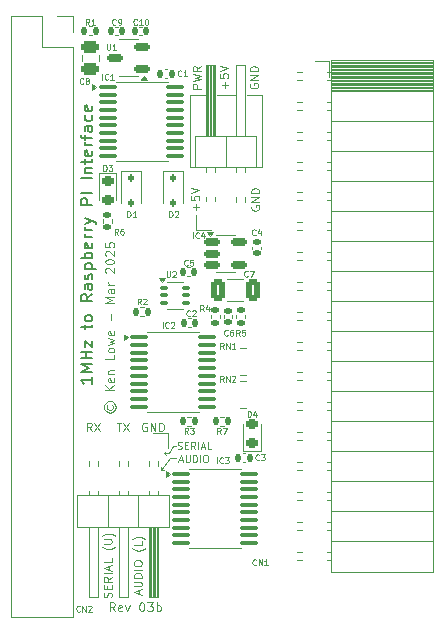
<source format=gbr>
G04 #@! TF.GenerationSoftware,KiCad,Pcbnew,9.0.0*
G04 #@! TF.CreationDate,2025-03-30T00:29:37+00:00*
G04 #@! TF.ProjectId,1MHzAdaptor,314d487a-4164-4617-9074-6f722e6b6963,03b*
G04 #@! TF.SameCoordinates,Original*
G04 #@! TF.FileFunction,Legend,Top*
G04 #@! TF.FilePolarity,Positive*
%FSLAX46Y46*%
G04 Gerber Fmt 4.6, Leading zero omitted, Abs format (unit mm)*
G04 Created by KiCad (PCBNEW 9.0.0) date 2025-03-30 00:29:37*
%MOMM*%
%LPD*%
G01*
G04 APERTURE LIST*
G04 Aperture macros list*
%AMRoundRect*
0 Rectangle with rounded corners*
0 $1 Rounding radius*
0 $2 $3 $4 $5 $6 $7 $8 $9 X,Y pos of 4 corners*
0 Add a 4 corners polygon primitive as box body*
4,1,4,$2,$3,$4,$5,$6,$7,$8,$9,$2,$3,0*
0 Add four circle primitives for the rounded corners*
1,1,$1+$1,$2,$3*
1,1,$1+$1,$4,$5*
1,1,$1+$1,$6,$7*
1,1,$1+$1,$8,$9*
0 Add four rect primitives between the rounded corners*
20,1,$1+$1,$2,$3,$4,$5,0*
20,1,$1+$1,$4,$5,$6,$7,0*
20,1,$1+$1,$6,$7,$8,$9,0*
20,1,$1+$1,$8,$9,$2,$3,0*%
G04 Aperture macros list end*
%ADD10C,0.120000*%
%ADD11C,0.140000*%
%ADD12C,0.100000*%
%ADD13R,1.700000X1.700000*%
%ADD14O,1.700000X1.700000*%
%ADD15RoundRect,0.100000X-0.225000X-0.100000X0.225000X-0.100000X0.225000X0.100000X-0.225000X0.100000X0*%
%ADD16RoundRect,0.140000X0.140000X0.170000X-0.140000X0.170000X-0.140000X-0.170000X0.140000X-0.170000X0*%
%ADD17RoundRect,0.100000X-0.637500X-0.100000X0.637500X-0.100000X0.637500X0.100000X-0.637500X0.100000X0*%
%ADD18RoundRect,0.112500X-0.112500X0.187500X-0.112500X-0.187500X0.112500X-0.187500X0.112500X0.187500X0*%
%ADD19R,0.500000X0.320000*%
%ADD20RoundRect,0.135000X-0.135000X-0.185000X0.135000X-0.185000X0.135000X0.185000X-0.135000X0.185000X0*%
%ADD21RoundRect,0.135000X0.185000X-0.135000X0.185000X0.135000X-0.185000X0.135000X-0.185000X-0.135000X0*%
%ADD22RoundRect,0.135000X-0.185000X0.135000X-0.185000X-0.135000X0.185000X-0.135000X0.185000X0.135000X0*%
%ADD23RoundRect,0.140000X-0.170000X0.140000X-0.170000X-0.140000X0.170000X-0.140000X0.170000X0.140000X0*%
%ADD24RoundRect,0.250000X-0.325000X-0.650000X0.325000X-0.650000X0.325000X0.650000X-0.325000X0.650000X0*%
%ADD25RoundRect,0.218750X-0.256250X0.218750X-0.256250X-0.218750X0.256250X-0.218750X0.256250X0.218750X0*%
%ADD26RoundRect,0.135000X0.135000X0.185000X-0.135000X0.185000X-0.135000X-0.185000X0.135000X-0.185000X0*%
%ADD27RoundRect,0.218750X0.256250X-0.218750X0.256250X0.218750X-0.256250X0.218750X-0.256250X-0.218750X0*%
%ADD28RoundRect,0.250000X-0.475000X0.250000X-0.475000X-0.250000X0.475000X-0.250000X0.475000X0.250000X0*%
%ADD29RoundRect,0.140000X-0.140000X-0.170000X0.140000X-0.170000X0.140000X0.170000X-0.140000X0.170000X0*%
%ADD30RoundRect,0.140000X0.170000X-0.140000X0.170000X0.140000X-0.170000X0.140000X-0.170000X-0.140000X0*%
%ADD31RoundRect,0.150000X0.512500X0.150000X-0.512500X0.150000X-0.512500X-0.150000X0.512500X-0.150000X0*%
%ADD32RoundRect,0.150000X-0.512500X-0.150000X0.512500X-0.150000X0.512500X0.150000X-0.512500X0.150000X0*%
G04 APERTURE END LIST*
D10*
X136804400Y-92964000D02*
X136804400Y-92710000D01*
X137541000Y-92024200D02*
X136804400Y-92964000D01*
X137083800Y-91567000D02*
X137439400Y-91567000D01*
X136804400Y-92964000D02*
X137058400Y-92964000D01*
X138099800Y-92024200D02*
X137541000Y-92024200D01*
X136804400Y-92710000D02*
X136804400Y-92964000D01*
X137083800Y-91567000D02*
X137236200Y-91719400D01*
X137083800Y-91567000D02*
X137236200Y-91414600D01*
X137795000Y-90957400D02*
X138049000Y-90957400D01*
X137439400Y-91567000D02*
X137795000Y-90957400D01*
X132255695Y-87521228D02*
X132219981Y-87592657D01*
X132219981Y-87592657D02*
X132219981Y-87735514D01*
X132219981Y-87735514D02*
X132255695Y-87806943D01*
X132255695Y-87806943D02*
X132327124Y-87878371D01*
X132327124Y-87878371D02*
X132398552Y-87914085D01*
X132398552Y-87914085D02*
X132541410Y-87914085D01*
X132541410Y-87914085D02*
X132612838Y-87878371D01*
X132612838Y-87878371D02*
X132684267Y-87806943D01*
X132684267Y-87806943D02*
X132719981Y-87735514D01*
X132719981Y-87735514D02*
X132719981Y-87592657D01*
X132719981Y-87592657D02*
X132684267Y-87521228D01*
X131969981Y-87664085D02*
X132005695Y-87842657D01*
X132005695Y-87842657D02*
X132112838Y-88021228D01*
X132112838Y-88021228D02*
X132291410Y-88128371D01*
X132291410Y-88128371D02*
X132469981Y-88164085D01*
X132469981Y-88164085D02*
X132648552Y-88128371D01*
X132648552Y-88128371D02*
X132827124Y-88021228D01*
X132827124Y-88021228D02*
X132934267Y-87842657D01*
X132934267Y-87842657D02*
X132969981Y-87664085D01*
X132969981Y-87664085D02*
X132934267Y-87485514D01*
X132934267Y-87485514D02*
X132827124Y-87306943D01*
X132827124Y-87306943D02*
X132648552Y-87199800D01*
X132648552Y-87199800D02*
X132469981Y-87164085D01*
X132469981Y-87164085D02*
X132291410Y-87199800D01*
X132291410Y-87199800D02*
X132112838Y-87306943D01*
X132112838Y-87306943D02*
X132005695Y-87485514D01*
X132005695Y-87485514D02*
X131969981Y-87664085D01*
X132827124Y-86271228D02*
X132077124Y-86271228D01*
X132827124Y-85842657D02*
X132398552Y-86164085D01*
X132077124Y-85842657D02*
X132505695Y-86271228D01*
X132791410Y-85235514D02*
X132827124Y-85306942D01*
X132827124Y-85306942D02*
X132827124Y-85449800D01*
X132827124Y-85449800D02*
X132791410Y-85521228D01*
X132791410Y-85521228D02*
X132719981Y-85556942D01*
X132719981Y-85556942D02*
X132434267Y-85556942D01*
X132434267Y-85556942D02*
X132362838Y-85521228D01*
X132362838Y-85521228D02*
X132327124Y-85449800D01*
X132327124Y-85449800D02*
X132327124Y-85306942D01*
X132327124Y-85306942D02*
X132362838Y-85235514D01*
X132362838Y-85235514D02*
X132434267Y-85199800D01*
X132434267Y-85199800D02*
X132505695Y-85199800D01*
X132505695Y-85199800D02*
X132577124Y-85556942D01*
X132327124Y-84878371D02*
X132827124Y-84878371D01*
X132398552Y-84878371D02*
X132362838Y-84842657D01*
X132362838Y-84842657D02*
X132327124Y-84771228D01*
X132327124Y-84771228D02*
X132327124Y-84664085D01*
X132327124Y-84664085D02*
X132362838Y-84592657D01*
X132362838Y-84592657D02*
X132434267Y-84556943D01*
X132434267Y-84556943D02*
X132827124Y-84556943D01*
X132827124Y-83271228D02*
X132827124Y-83628371D01*
X132827124Y-83628371D02*
X132077124Y-83628371D01*
X132827124Y-82914085D02*
X132791410Y-82985514D01*
X132791410Y-82985514D02*
X132755695Y-83021228D01*
X132755695Y-83021228D02*
X132684267Y-83056942D01*
X132684267Y-83056942D02*
X132469981Y-83056942D01*
X132469981Y-83056942D02*
X132398552Y-83021228D01*
X132398552Y-83021228D02*
X132362838Y-82985514D01*
X132362838Y-82985514D02*
X132327124Y-82914085D01*
X132327124Y-82914085D02*
X132327124Y-82806942D01*
X132327124Y-82806942D02*
X132362838Y-82735514D01*
X132362838Y-82735514D02*
X132398552Y-82699800D01*
X132398552Y-82699800D02*
X132469981Y-82664085D01*
X132469981Y-82664085D02*
X132684267Y-82664085D01*
X132684267Y-82664085D02*
X132755695Y-82699800D01*
X132755695Y-82699800D02*
X132791410Y-82735514D01*
X132791410Y-82735514D02*
X132827124Y-82806942D01*
X132827124Y-82806942D02*
X132827124Y-82914085D01*
X132327124Y-82414086D02*
X132827124Y-82271229D01*
X132827124Y-82271229D02*
X132469981Y-82128371D01*
X132469981Y-82128371D02*
X132827124Y-81985514D01*
X132827124Y-81985514D02*
X132327124Y-81842657D01*
X132791410Y-81271229D02*
X132827124Y-81342657D01*
X132827124Y-81342657D02*
X132827124Y-81485515D01*
X132827124Y-81485515D02*
X132791410Y-81556943D01*
X132791410Y-81556943D02*
X132719981Y-81592657D01*
X132719981Y-81592657D02*
X132434267Y-81592657D01*
X132434267Y-81592657D02*
X132362838Y-81556943D01*
X132362838Y-81556943D02*
X132327124Y-81485515D01*
X132327124Y-81485515D02*
X132327124Y-81342657D01*
X132327124Y-81342657D02*
X132362838Y-81271229D01*
X132362838Y-81271229D02*
X132434267Y-81235515D01*
X132434267Y-81235515D02*
X132505695Y-81235515D01*
X132505695Y-81235515D02*
X132577124Y-81592657D01*
X132541410Y-80342657D02*
X132541410Y-79771229D01*
X132827124Y-78842657D02*
X132077124Y-78842657D01*
X132077124Y-78842657D02*
X132612838Y-78592657D01*
X132612838Y-78592657D02*
X132077124Y-78342657D01*
X132077124Y-78342657D02*
X132827124Y-78342657D01*
X132827124Y-77664086D02*
X132434267Y-77664086D01*
X132434267Y-77664086D02*
X132362838Y-77699800D01*
X132362838Y-77699800D02*
X132327124Y-77771228D01*
X132327124Y-77771228D02*
X132327124Y-77914086D01*
X132327124Y-77914086D02*
X132362838Y-77985514D01*
X132791410Y-77664086D02*
X132827124Y-77735514D01*
X132827124Y-77735514D02*
X132827124Y-77914086D01*
X132827124Y-77914086D02*
X132791410Y-77985514D01*
X132791410Y-77985514D02*
X132719981Y-78021228D01*
X132719981Y-78021228D02*
X132648552Y-78021228D01*
X132648552Y-78021228D02*
X132577124Y-77985514D01*
X132577124Y-77985514D02*
X132541410Y-77914086D01*
X132541410Y-77914086D02*
X132541410Y-77735514D01*
X132541410Y-77735514D02*
X132505695Y-77664086D01*
X132827124Y-77306943D02*
X132327124Y-77306943D01*
X132469981Y-77306943D02*
X132398552Y-77271229D01*
X132398552Y-77271229D02*
X132362838Y-77235515D01*
X132362838Y-77235515D02*
X132327124Y-77164086D01*
X132327124Y-77164086D02*
X132327124Y-77092657D01*
X132148552Y-76306942D02*
X132112838Y-76271228D01*
X132112838Y-76271228D02*
X132077124Y-76199800D01*
X132077124Y-76199800D02*
X132077124Y-76021228D01*
X132077124Y-76021228D02*
X132112838Y-75949800D01*
X132112838Y-75949800D02*
X132148552Y-75914085D01*
X132148552Y-75914085D02*
X132219981Y-75878371D01*
X132219981Y-75878371D02*
X132291410Y-75878371D01*
X132291410Y-75878371D02*
X132398552Y-75914085D01*
X132398552Y-75914085D02*
X132827124Y-76342657D01*
X132827124Y-76342657D02*
X132827124Y-75878371D01*
X132077124Y-75414085D02*
X132077124Y-75342656D01*
X132077124Y-75342656D02*
X132112838Y-75271228D01*
X132112838Y-75271228D02*
X132148552Y-75235514D01*
X132148552Y-75235514D02*
X132219981Y-75199799D01*
X132219981Y-75199799D02*
X132362838Y-75164085D01*
X132362838Y-75164085D02*
X132541410Y-75164085D01*
X132541410Y-75164085D02*
X132684267Y-75199799D01*
X132684267Y-75199799D02*
X132755695Y-75235514D01*
X132755695Y-75235514D02*
X132791410Y-75271228D01*
X132791410Y-75271228D02*
X132827124Y-75342656D01*
X132827124Y-75342656D02*
X132827124Y-75414085D01*
X132827124Y-75414085D02*
X132791410Y-75485514D01*
X132791410Y-75485514D02*
X132755695Y-75521228D01*
X132755695Y-75521228D02*
X132684267Y-75556942D01*
X132684267Y-75556942D02*
X132541410Y-75592656D01*
X132541410Y-75592656D02*
X132362838Y-75592656D01*
X132362838Y-75592656D02*
X132219981Y-75556942D01*
X132219981Y-75556942D02*
X132148552Y-75521228D01*
X132148552Y-75521228D02*
X132112838Y-75485514D01*
X132112838Y-75485514D02*
X132077124Y-75414085D01*
X132148552Y-74878370D02*
X132112838Y-74842656D01*
X132112838Y-74842656D02*
X132077124Y-74771228D01*
X132077124Y-74771228D02*
X132077124Y-74592656D01*
X132077124Y-74592656D02*
X132112838Y-74521228D01*
X132112838Y-74521228D02*
X132148552Y-74485513D01*
X132148552Y-74485513D02*
X132219981Y-74449799D01*
X132219981Y-74449799D02*
X132291410Y-74449799D01*
X132291410Y-74449799D02*
X132398552Y-74485513D01*
X132398552Y-74485513D02*
X132827124Y-74914085D01*
X132827124Y-74914085D02*
X132827124Y-74449799D01*
X132077124Y-73771227D02*
X132077124Y-74128370D01*
X132077124Y-74128370D02*
X132434267Y-74164084D01*
X132434267Y-74164084D02*
X132398552Y-74128370D01*
X132398552Y-74128370D02*
X132362838Y-74056942D01*
X132362838Y-74056942D02*
X132362838Y-73878370D01*
X132362838Y-73878370D02*
X132398552Y-73806942D01*
X132398552Y-73806942D02*
X132434267Y-73771227D01*
X132434267Y-73771227D02*
X132505695Y-73735513D01*
X132505695Y-73735513D02*
X132684267Y-73735513D01*
X132684267Y-73735513D02*
X132755695Y-73771227D01*
X132755695Y-73771227D02*
X132791410Y-73806942D01*
X132791410Y-73806942D02*
X132827124Y-73878370D01*
X132827124Y-73878370D02*
X132827124Y-74056942D01*
X132827124Y-74056942D02*
X132791410Y-74128370D01*
X132791410Y-74128370D02*
X132755695Y-74164084D01*
D11*
X130985939Y-85128287D02*
X130985939Y-85699715D01*
X130985939Y-85414001D02*
X129985939Y-85414001D01*
X129985939Y-85414001D02*
X130128796Y-85509239D01*
X130128796Y-85509239D02*
X130224034Y-85604477D01*
X130224034Y-85604477D02*
X130271653Y-85699715D01*
X130985939Y-84699715D02*
X129985939Y-84699715D01*
X129985939Y-84699715D02*
X130700224Y-84366382D01*
X130700224Y-84366382D02*
X129985939Y-84033049D01*
X129985939Y-84033049D02*
X130985939Y-84033049D01*
X130985939Y-83556858D02*
X129985939Y-83556858D01*
X130462129Y-83556858D02*
X130462129Y-82985430D01*
X130985939Y-82985430D02*
X129985939Y-82985430D01*
X130319272Y-82604477D02*
X130319272Y-82080668D01*
X130319272Y-82080668D02*
X130985939Y-82604477D01*
X130985939Y-82604477D02*
X130985939Y-82080668D01*
X130319272Y-81080667D02*
X130319272Y-80699715D01*
X129985939Y-80937810D02*
X130843081Y-80937810D01*
X130843081Y-80937810D02*
X130938320Y-80890191D01*
X130938320Y-80890191D02*
X130985939Y-80794953D01*
X130985939Y-80794953D02*
X130985939Y-80699715D01*
X130985939Y-80223524D02*
X130938320Y-80318762D01*
X130938320Y-80318762D02*
X130890700Y-80366381D01*
X130890700Y-80366381D02*
X130795462Y-80414000D01*
X130795462Y-80414000D02*
X130509748Y-80414000D01*
X130509748Y-80414000D02*
X130414510Y-80366381D01*
X130414510Y-80366381D02*
X130366891Y-80318762D01*
X130366891Y-80318762D02*
X130319272Y-80223524D01*
X130319272Y-80223524D02*
X130319272Y-80080667D01*
X130319272Y-80080667D02*
X130366891Y-79985429D01*
X130366891Y-79985429D02*
X130414510Y-79937810D01*
X130414510Y-79937810D02*
X130509748Y-79890191D01*
X130509748Y-79890191D02*
X130795462Y-79890191D01*
X130795462Y-79890191D02*
X130890700Y-79937810D01*
X130890700Y-79937810D02*
X130938320Y-79985429D01*
X130938320Y-79985429D02*
X130985939Y-80080667D01*
X130985939Y-80080667D02*
X130985939Y-80223524D01*
X130985939Y-78128286D02*
X130509748Y-78461619D01*
X130985939Y-78699714D02*
X129985939Y-78699714D01*
X129985939Y-78699714D02*
X129985939Y-78318762D01*
X129985939Y-78318762D02*
X130033558Y-78223524D01*
X130033558Y-78223524D02*
X130081177Y-78175905D01*
X130081177Y-78175905D02*
X130176415Y-78128286D01*
X130176415Y-78128286D02*
X130319272Y-78128286D01*
X130319272Y-78128286D02*
X130414510Y-78175905D01*
X130414510Y-78175905D02*
X130462129Y-78223524D01*
X130462129Y-78223524D02*
X130509748Y-78318762D01*
X130509748Y-78318762D02*
X130509748Y-78699714D01*
X130985939Y-77271143D02*
X130462129Y-77271143D01*
X130462129Y-77271143D02*
X130366891Y-77318762D01*
X130366891Y-77318762D02*
X130319272Y-77414000D01*
X130319272Y-77414000D02*
X130319272Y-77604476D01*
X130319272Y-77604476D02*
X130366891Y-77699714D01*
X130938320Y-77271143D02*
X130985939Y-77366381D01*
X130985939Y-77366381D02*
X130985939Y-77604476D01*
X130985939Y-77604476D02*
X130938320Y-77699714D01*
X130938320Y-77699714D02*
X130843081Y-77747333D01*
X130843081Y-77747333D02*
X130747843Y-77747333D01*
X130747843Y-77747333D02*
X130652605Y-77699714D01*
X130652605Y-77699714D02*
X130604986Y-77604476D01*
X130604986Y-77604476D02*
X130604986Y-77366381D01*
X130604986Y-77366381D02*
X130557367Y-77271143D01*
X130938320Y-76842571D02*
X130985939Y-76747333D01*
X130985939Y-76747333D02*
X130985939Y-76556857D01*
X130985939Y-76556857D02*
X130938320Y-76461619D01*
X130938320Y-76461619D02*
X130843081Y-76414000D01*
X130843081Y-76414000D02*
X130795462Y-76414000D01*
X130795462Y-76414000D02*
X130700224Y-76461619D01*
X130700224Y-76461619D02*
X130652605Y-76556857D01*
X130652605Y-76556857D02*
X130652605Y-76699714D01*
X130652605Y-76699714D02*
X130604986Y-76794952D01*
X130604986Y-76794952D02*
X130509748Y-76842571D01*
X130509748Y-76842571D02*
X130462129Y-76842571D01*
X130462129Y-76842571D02*
X130366891Y-76794952D01*
X130366891Y-76794952D02*
X130319272Y-76699714D01*
X130319272Y-76699714D02*
X130319272Y-76556857D01*
X130319272Y-76556857D02*
X130366891Y-76461619D01*
X130319272Y-75985428D02*
X131319272Y-75985428D01*
X130366891Y-75985428D02*
X130319272Y-75890190D01*
X130319272Y-75890190D02*
X130319272Y-75699714D01*
X130319272Y-75699714D02*
X130366891Y-75604476D01*
X130366891Y-75604476D02*
X130414510Y-75556857D01*
X130414510Y-75556857D02*
X130509748Y-75509238D01*
X130509748Y-75509238D02*
X130795462Y-75509238D01*
X130795462Y-75509238D02*
X130890700Y-75556857D01*
X130890700Y-75556857D02*
X130938320Y-75604476D01*
X130938320Y-75604476D02*
X130985939Y-75699714D01*
X130985939Y-75699714D02*
X130985939Y-75890190D01*
X130985939Y-75890190D02*
X130938320Y-75985428D01*
X130985939Y-75080666D02*
X129985939Y-75080666D01*
X130366891Y-75080666D02*
X130319272Y-74985428D01*
X130319272Y-74985428D02*
X130319272Y-74794952D01*
X130319272Y-74794952D02*
X130366891Y-74699714D01*
X130366891Y-74699714D02*
X130414510Y-74652095D01*
X130414510Y-74652095D02*
X130509748Y-74604476D01*
X130509748Y-74604476D02*
X130795462Y-74604476D01*
X130795462Y-74604476D02*
X130890700Y-74652095D01*
X130890700Y-74652095D02*
X130938320Y-74699714D01*
X130938320Y-74699714D02*
X130985939Y-74794952D01*
X130985939Y-74794952D02*
X130985939Y-74985428D01*
X130985939Y-74985428D02*
X130938320Y-75080666D01*
X130938320Y-73794952D02*
X130985939Y-73890190D01*
X130985939Y-73890190D02*
X130985939Y-74080666D01*
X130985939Y-74080666D02*
X130938320Y-74175904D01*
X130938320Y-74175904D02*
X130843081Y-74223523D01*
X130843081Y-74223523D02*
X130462129Y-74223523D01*
X130462129Y-74223523D02*
X130366891Y-74175904D01*
X130366891Y-74175904D02*
X130319272Y-74080666D01*
X130319272Y-74080666D02*
X130319272Y-73890190D01*
X130319272Y-73890190D02*
X130366891Y-73794952D01*
X130366891Y-73794952D02*
X130462129Y-73747333D01*
X130462129Y-73747333D02*
X130557367Y-73747333D01*
X130557367Y-73747333D02*
X130652605Y-74223523D01*
X130985939Y-73318761D02*
X130319272Y-73318761D01*
X130509748Y-73318761D02*
X130414510Y-73271142D01*
X130414510Y-73271142D02*
X130366891Y-73223523D01*
X130366891Y-73223523D02*
X130319272Y-73128285D01*
X130319272Y-73128285D02*
X130319272Y-73033047D01*
X130985939Y-72699713D02*
X130319272Y-72699713D01*
X130509748Y-72699713D02*
X130414510Y-72652094D01*
X130414510Y-72652094D02*
X130366891Y-72604475D01*
X130366891Y-72604475D02*
X130319272Y-72509237D01*
X130319272Y-72509237D02*
X130319272Y-72413999D01*
X130319272Y-72175903D02*
X130985939Y-71937808D01*
X130319272Y-71699713D02*
X130985939Y-71937808D01*
X130985939Y-71937808D02*
X131224034Y-72033046D01*
X131224034Y-72033046D02*
X131271653Y-72080665D01*
X131271653Y-72080665D02*
X131319272Y-72175903D01*
X130985939Y-70556855D02*
X129985939Y-70556855D01*
X129985939Y-70556855D02*
X129985939Y-70175903D01*
X129985939Y-70175903D02*
X130033558Y-70080665D01*
X130033558Y-70080665D02*
X130081177Y-70033046D01*
X130081177Y-70033046D02*
X130176415Y-69985427D01*
X130176415Y-69985427D02*
X130319272Y-69985427D01*
X130319272Y-69985427D02*
X130414510Y-70033046D01*
X130414510Y-70033046D02*
X130462129Y-70080665D01*
X130462129Y-70080665D02*
X130509748Y-70175903D01*
X130509748Y-70175903D02*
X130509748Y-70556855D01*
X130985939Y-69556855D02*
X129985939Y-69556855D01*
X130985939Y-68318760D02*
X129985939Y-68318760D01*
X130319272Y-67842570D02*
X130985939Y-67842570D01*
X130414510Y-67842570D02*
X130366891Y-67794951D01*
X130366891Y-67794951D02*
X130319272Y-67699713D01*
X130319272Y-67699713D02*
X130319272Y-67556856D01*
X130319272Y-67556856D02*
X130366891Y-67461618D01*
X130366891Y-67461618D02*
X130462129Y-67413999D01*
X130462129Y-67413999D02*
X130985939Y-67413999D01*
X130319272Y-67080665D02*
X130319272Y-66699713D01*
X129985939Y-66937808D02*
X130843081Y-66937808D01*
X130843081Y-66937808D02*
X130938320Y-66890189D01*
X130938320Y-66890189D02*
X130985939Y-66794951D01*
X130985939Y-66794951D02*
X130985939Y-66699713D01*
X130938320Y-65985427D02*
X130985939Y-66080665D01*
X130985939Y-66080665D02*
X130985939Y-66271141D01*
X130985939Y-66271141D02*
X130938320Y-66366379D01*
X130938320Y-66366379D02*
X130843081Y-66413998D01*
X130843081Y-66413998D02*
X130462129Y-66413998D01*
X130462129Y-66413998D02*
X130366891Y-66366379D01*
X130366891Y-66366379D02*
X130319272Y-66271141D01*
X130319272Y-66271141D02*
X130319272Y-66080665D01*
X130319272Y-66080665D02*
X130366891Y-65985427D01*
X130366891Y-65985427D02*
X130462129Y-65937808D01*
X130462129Y-65937808D02*
X130557367Y-65937808D01*
X130557367Y-65937808D02*
X130652605Y-66413998D01*
X130985939Y-65509236D02*
X130319272Y-65509236D01*
X130509748Y-65509236D02*
X130414510Y-65461617D01*
X130414510Y-65461617D02*
X130366891Y-65413998D01*
X130366891Y-65413998D02*
X130319272Y-65318760D01*
X130319272Y-65318760D02*
X130319272Y-65223522D01*
X130319272Y-65033045D02*
X130319272Y-64652093D01*
X130985939Y-64890188D02*
X130128796Y-64890188D01*
X130128796Y-64890188D02*
X130033558Y-64842569D01*
X130033558Y-64842569D02*
X129985939Y-64747331D01*
X129985939Y-64747331D02*
X129985939Y-64652093D01*
X130985939Y-63890188D02*
X130462129Y-63890188D01*
X130462129Y-63890188D02*
X130366891Y-63937807D01*
X130366891Y-63937807D02*
X130319272Y-64033045D01*
X130319272Y-64033045D02*
X130319272Y-64223521D01*
X130319272Y-64223521D02*
X130366891Y-64318759D01*
X130938320Y-63890188D02*
X130985939Y-63985426D01*
X130985939Y-63985426D02*
X130985939Y-64223521D01*
X130985939Y-64223521D02*
X130938320Y-64318759D01*
X130938320Y-64318759D02*
X130843081Y-64366378D01*
X130843081Y-64366378D02*
X130747843Y-64366378D01*
X130747843Y-64366378D02*
X130652605Y-64318759D01*
X130652605Y-64318759D02*
X130604986Y-64223521D01*
X130604986Y-64223521D02*
X130604986Y-63985426D01*
X130604986Y-63985426D02*
X130557367Y-63890188D01*
X130938320Y-62985426D02*
X130985939Y-63080664D01*
X130985939Y-63080664D02*
X130985939Y-63271140D01*
X130985939Y-63271140D02*
X130938320Y-63366378D01*
X130938320Y-63366378D02*
X130890700Y-63413997D01*
X130890700Y-63413997D02*
X130795462Y-63461616D01*
X130795462Y-63461616D02*
X130509748Y-63461616D01*
X130509748Y-63461616D02*
X130414510Y-63413997D01*
X130414510Y-63413997D02*
X130366891Y-63366378D01*
X130366891Y-63366378D02*
X130319272Y-63271140D01*
X130319272Y-63271140D02*
X130319272Y-63080664D01*
X130319272Y-63080664D02*
X130366891Y-62985426D01*
X130938320Y-62175902D02*
X130985939Y-62271140D01*
X130985939Y-62271140D02*
X130985939Y-62461616D01*
X130985939Y-62461616D02*
X130938320Y-62556854D01*
X130938320Y-62556854D02*
X130843081Y-62604473D01*
X130843081Y-62604473D02*
X130462129Y-62604473D01*
X130462129Y-62604473D02*
X130366891Y-62556854D01*
X130366891Y-62556854D02*
X130319272Y-62461616D01*
X130319272Y-62461616D02*
X130319272Y-62271140D01*
X130319272Y-62271140D02*
X130366891Y-62175902D01*
X130366891Y-62175902D02*
X130462129Y-62128283D01*
X130462129Y-62128283D02*
X130557367Y-62128283D01*
X130557367Y-62128283D02*
X130652605Y-62604473D01*
D10*
X132880313Y-104963324D02*
X132630313Y-104606181D01*
X132451742Y-104963324D02*
X132451742Y-104213324D01*
X132451742Y-104213324D02*
X132737456Y-104213324D01*
X132737456Y-104213324D02*
X132808885Y-104249038D01*
X132808885Y-104249038D02*
X132844599Y-104284752D01*
X132844599Y-104284752D02*
X132880313Y-104356181D01*
X132880313Y-104356181D02*
X132880313Y-104463324D01*
X132880313Y-104463324D02*
X132844599Y-104534752D01*
X132844599Y-104534752D02*
X132808885Y-104570467D01*
X132808885Y-104570467D02*
X132737456Y-104606181D01*
X132737456Y-104606181D02*
X132451742Y-104606181D01*
X133487456Y-104927610D02*
X133416028Y-104963324D01*
X133416028Y-104963324D02*
X133273171Y-104963324D01*
X133273171Y-104963324D02*
X133201742Y-104927610D01*
X133201742Y-104927610D02*
X133166028Y-104856181D01*
X133166028Y-104856181D02*
X133166028Y-104570467D01*
X133166028Y-104570467D02*
X133201742Y-104499038D01*
X133201742Y-104499038D02*
X133273171Y-104463324D01*
X133273171Y-104463324D02*
X133416028Y-104463324D01*
X133416028Y-104463324D02*
X133487456Y-104499038D01*
X133487456Y-104499038D02*
X133523171Y-104570467D01*
X133523171Y-104570467D02*
X133523171Y-104641895D01*
X133523171Y-104641895D02*
X133166028Y-104713324D01*
X133773170Y-104463324D02*
X133951742Y-104963324D01*
X133951742Y-104963324D02*
X134130313Y-104463324D01*
X135130314Y-104213324D02*
X135201743Y-104213324D01*
X135201743Y-104213324D02*
X135273171Y-104249038D01*
X135273171Y-104249038D02*
X135308886Y-104284752D01*
X135308886Y-104284752D02*
X135344600Y-104356181D01*
X135344600Y-104356181D02*
X135380314Y-104499038D01*
X135380314Y-104499038D02*
X135380314Y-104677610D01*
X135380314Y-104677610D02*
X135344600Y-104820467D01*
X135344600Y-104820467D02*
X135308886Y-104891895D01*
X135308886Y-104891895D02*
X135273171Y-104927610D01*
X135273171Y-104927610D02*
X135201743Y-104963324D01*
X135201743Y-104963324D02*
X135130314Y-104963324D01*
X135130314Y-104963324D02*
X135058886Y-104927610D01*
X135058886Y-104927610D02*
X135023171Y-104891895D01*
X135023171Y-104891895D02*
X134987457Y-104820467D01*
X134987457Y-104820467D02*
X134951743Y-104677610D01*
X134951743Y-104677610D02*
X134951743Y-104499038D01*
X134951743Y-104499038D02*
X134987457Y-104356181D01*
X134987457Y-104356181D02*
X135023171Y-104284752D01*
X135023171Y-104284752D02*
X135058886Y-104249038D01*
X135058886Y-104249038D02*
X135130314Y-104213324D01*
X135630314Y-104213324D02*
X136094600Y-104213324D01*
X136094600Y-104213324D02*
X135844600Y-104499038D01*
X135844600Y-104499038D02*
X135951743Y-104499038D01*
X135951743Y-104499038D02*
X136023172Y-104534752D01*
X136023172Y-104534752D02*
X136058886Y-104570467D01*
X136058886Y-104570467D02*
X136094600Y-104641895D01*
X136094600Y-104641895D02*
X136094600Y-104820467D01*
X136094600Y-104820467D02*
X136058886Y-104891895D01*
X136058886Y-104891895D02*
X136023172Y-104927610D01*
X136023172Y-104927610D02*
X135951743Y-104963324D01*
X135951743Y-104963324D02*
X135737457Y-104963324D01*
X135737457Y-104963324D02*
X135666029Y-104927610D01*
X135666029Y-104927610D02*
X135630314Y-104891895D01*
X136416029Y-104963324D02*
X136416029Y-104213324D01*
X136416029Y-104499038D02*
X136487458Y-104463324D01*
X136487458Y-104463324D02*
X136630315Y-104463324D01*
X136630315Y-104463324D02*
X136701743Y-104499038D01*
X136701743Y-104499038D02*
X136737458Y-104534752D01*
X136737458Y-104534752D02*
X136773172Y-104606181D01*
X136773172Y-104606181D02*
X136773172Y-104820467D01*
X136773172Y-104820467D02*
X136737458Y-104891895D01*
X136737458Y-104891895D02*
X136701743Y-104927610D01*
X136701743Y-104927610D02*
X136630315Y-104963324D01*
X136630315Y-104963324D02*
X136487458Y-104963324D01*
X136487458Y-104963324D02*
X136416029Y-104927610D01*
D12*
X142190366Y-60666456D02*
X142190366Y-60133123D01*
X142457033Y-60399789D02*
X141923700Y-60399789D01*
X141757033Y-59466456D02*
X141757033Y-59799789D01*
X141757033Y-59799789D02*
X142090366Y-59833122D01*
X142090366Y-59833122D02*
X142057033Y-59799789D01*
X142057033Y-59799789D02*
X142023700Y-59733122D01*
X142023700Y-59733122D02*
X142023700Y-59566456D01*
X142023700Y-59566456D02*
X142057033Y-59499789D01*
X142057033Y-59499789D02*
X142090366Y-59466456D01*
X142090366Y-59466456D02*
X142157033Y-59433122D01*
X142157033Y-59433122D02*
X142323700Y-59433122D01*
X142323700Y-59433122D02*
X142390366Y-59466456D01*
X142390366Y-59466456D02*
X142423700Y-59499789D01*
X142423700Y-59499789D02*
X142457033Y-59566456D01*
X142457033Y-59566456D02*
X142457033Y-59733122D01*
X142457033Y-59733122D02*
X142423700Y-59799789D01*
X142423700Y-59799789D02*
X142390366Y-59833122D01*
X141757033Y-59233122D02*
X142457033Y-58999789D01*
X142457033Y-58999789D02*
X141757033Y-58766455D01*
X140171033Y-60733122D02*
X139471033Y-60733122D01*
X139471033Y-60733122D02*
X139471033Y-60466455D01*
X139471033Y-60466455D02*
X139504366Y-60399789D01*
X139504366Y-60399789D02*
X139537700Y-60366455D01*
X139537700Y-60366455D02*
X139604366Y-60333122D01*
X139604366Y-60333122D02*
X139704366Y-60333122D01*
X139704366Y-60333122D02*
X139771033Y-60366455D01*
X139771033Y-60366455D02*
X139804366Y-60399789D01*
X139804366Y-60399789D02*
X139837700Y-60466455D01*
X139837700Y-60466455D02*
X139837700Y-60733122D01*
X139471033Y-60099789D02*
X140171033Y-59933122D01*
X140171033Y-59933122D02*
X139671033Y-59799789D01*
X139671033Y-59799789D02*
X140171033Y-59666455D01*
X140171033Y-59666455D02*
X139471033Y-59499789D01*
X140171033Y-58833122D02*
X139837700Y-59066455D01*
X140171033Y-59233122D02*
X139471033Y-59233122D01*
X139471033Y-59233122D02*
X139471033Y-58966455D01*
X139471033Y-58966455D02*
X139504366Y-58899789D01*
X139504366Y-58899789D02*
X139537700Y-58866455D01*
X139537700Y-58866455D02*
X139604366Y-58833122D01*
X139604366Y-58833122D02*
X139704366Y-58833122D01*
X139704366Y-58833122D02*
X139771033Y-58866455D01*
X139771033Y-58866455D02*
X139804366Y-58899789D01*
X139804366Y-58899789D02*
X139837700Y-58966455D01*
X139837700Y-58966455D02*
X139837700Y-59233122D01*
X144457366Y-70637332D02*
X144424033Y-70703999D01*
X144424033Y-70703999D02*
X144424033Y-70803999D01*
X144424033Y-70803999D02*
X144457366Y-70903999D01*
X144457366Y-70903999D02*
X144524033Y-70970666D01*
X144524033Y-70970666D02*
X144590700Y-71003999D01*
X144590700Y-71003999D02*
X144724033Y-71037332D01*
X144724033Y-71037332D02*
X144824033Y-71037332D01*
X144824033Y-71037332D02*
X144957366Y-71003999D01*
X144957366Y-71003999D02*
X145024033Y-70970666D01*
X145024033Y-70970666D02*
X145090700Y-70903999D01*
X145090700Y-70903999D02*
X145124033Y-70803999D01*
X145124033Y-70803999D02*
X145124033Y-70737332D01*
X145124033Y-70737332D02*
X145090700Y-70637332D01*
X145090700Y-70637332D02*
X145057366Y-70603999D01*
X145057366Y-70603999D02*
X144824033Y-70603999D01*
X144824033Y-70603999D02*
X144824033Y-70737332D01*
X145124033Y-70303999D02*
X144424033Y-70303999D01*
X144424033Y-70303999D02*
X145124033Y-69903999D01*
X145124033Y-69903999D02*
X144424033Y-69903999D01*
X145124033Y-69570666D02*
X144424033Y-69570666D01*
X144424033Y-69570666D02*
X144424033Y-69403999D01*
X144424033Y-69403999D02*
X144457366Y-69303999D01*
X144457366Y-69303999D02*
X144524033Y-69237333D01*
X144524033Y-69237333D02*
X144590700Y-69203999D01*
X144590700Y-69203999D02*
X144724033Y-69170666D01*
X144724033Y-69170666D02*
X144824033Y-69170666D01*
X144824033Y-69170666D02*
X144957366Y-69203999D01*
X144957366Y-69203999D02*
X145024033Y-69237333D01*
X145024033Y-69237333D02*
X145090700Y-69303999D01*
X145090700Y-69303999D02*
X145124033Y-69403999D01*
X145124033Y-69403999D02*
X145124033Y-69570666D01*
X139777366Y-71004000D02*
X139777366Y-70470667D01*
X140044033Y-70737333D02*
X139510700Y-70737333D01*
X139344033Y-69804000D02*
X139344033Y-70137333D01*
X139344033Y-70137333D02*
X139677366Y-70170666D01*
X139677366Y-70170666D02*
X139644033Y-70137333D01*
X139644033Y-70137333D02*
X139610700Y-70070666D01*
X139610700Y-70070666D02*
X139610700Y-69904000D01*
X139610700Y-69904000D02*
X139644033Y-69837333D01*
X139644033Y-69837333D02*
X139677366Y-69804000D01*
X139677366Y-69804000D02*
X139744033Y-69770666D01*
X139744033Y-69770666D02*
X139910700Y-69770666D01*
X139910700Y-69770666D02*
X139977366Y-69804000D01*
X139977366Y-69804000D02*
X140010700Y-69837333D01*
X140010700Y-69837333D02*
X140044033Y-69904000D01*
X140044033Y-69904000D02*
X140044033Y-70070666D01*
X140044033Y-70070666D02*
X140010700Y-70137333D01*
X140010700Y-70137333D02*
X139977366Y-70170666D01*
X139344033Y-69570666D02*
X140044033Y-69337333D01*
X140044033Y-69337333D02*
X139344033Y-69103999D01*
X130921933Y-89701233D02*
X130688600Y-89367900D01*
X130521933Y-89701233D02*
X130521933Y-89001233D01*
X130521933Y-89001233D02*
X130788600Y-89001233D01*
X130788600Y-89001233D02*
X130855267Y-89034566D01*
X130855267Y-89034566D02*
X130888600Y-89067900D01*
X130888600Y-89067900D02*
X130921933Y-89134566D01*
X130921933Y-89134566D02*
X130921933Y-89234566D01*
X130921933Y-89234566D02*
X130888600Y-89301233D01*
X130888600Y-89301233D02*
X130855267Y-89334566D01*
X130855267Y-89334566D02*
X130788600Y-89367900D01*
X130788600Y-89367900D02*
X130521933Y-89367900D01*
X131155267Y-89001233D02*
X131621933Y-89701233D01*
X131621933Y-89001233D02*
X131155267Y-89701233D01*
X135572567Y-89034566D02*
X135505900Y-89001233D01*
X135505900Y-89001233D02*
X135405900Y-89001233D01*
X135405900Y-89001233D02*
X135305900Y-89034566D01*
X135305900Y-89034566D02*
X135239234Y-89101233D01*
X135239234Y-89101233D02*
X135205900Y-89167900D01*
X135205900Y-89167900D02*
X135172567Y-89301233D01*
X135172567Y-89301233D02*
X135172567Y-89401233D01*
X135172567Y-89401233D02*
X135205900Y-89534566D01*
X135205900Y-89534566D02*
X135239234Y-89601233D01*
X135239234Y-89601233D02*
X135305900Y-89667900D01*
X135305900Y-89667900D02*
X135405900Y-89701233D01*
X135405900Y-89701233D02*
X135472567Y-89701233D01*
X135472567Y-89701233D02*
X135572567Y-89667900D01*
X135572567Y-89667900D02*
X135605900Y-89634566D01*
X135605900Y-89634566D02*
X135605900Y-89401233D01*
X135605900Y-89401233D02*
X135472567Y-89401233D01*
X135905900Y-89701233D02*
X135905900Y-89001233D01*
X135905900Y-89001233D02*
X136305900Y-89701233D01*
X136305900Y-89701233D02*
X136305900Y-89001233D01*
X136639233Y-89701233D02*
X136639233Y-89001233D01*
X136639233Y-89001233D02*
X136805900Y-89001233D01*
X136805900Y-89001233D02*
X136905900Y-89034566D01*
X136905900Y-89034566D02*
X136972567Y-89101233D01*
X136972567Y-89101233D02*
X137005900Y-89167900D01*
X137005900Y-89167900D02*
X137039233Y-89301233D01*
X137039233Y-89301233D02*
X137039233Y-89401233D01*
X137039233Y-89401233D02*
X137005900Y-89534566D01*
X137005900Y-89534566D02*
X136972567Y-89601233D01*
X136972567Y-89601233D02*
X136905900Y-89667900D01*
X136905900Y-89667900D02*
X136805900Y-89701233D01*
X136805900Y-89701233D02*
X136639233Y-89701233D01*
X133045266Y-89001233D02*
X133445266Y-89001233D01*
X133245266Y-89701233D02*
X133245266Y-89001233D01*
X133611933Y-89001233D02*
X134078599Y-89701233D01*
X134078599Y-89001233D02*
X133611933Y-89701233D01*
X132593900Y-103783266D02*
X132627233Y-103683266D01*
X132627233Y-103683266D02*
X132627233Y-103516600D01*
X132627233Y-103516600D02*
X132593900Y-103449933D01*
X132593900Y-103449933D02*
X132560566Y-103416600D01*
X132560566Y-103416600D02*
X132493900Y-103383266D01*
X132493900Y-103383266D02*
X132427233Y-103383266D01*
X132427233Y-103383266D02*
X132360566Y-103416600D01*
X132360566Y-103416600D02*
X132327233Y-103449933D01*
X132327233Y-103449933D02*
X132293900Y-103516600D01*
X132293900Y-103516600D02*
X132260566Y-103649933D01*
X132260566Y-103649933D02*
X132227233Y-103716600D01*
X132227233Y-103716600D02*
X132193900Y-103749933D01*
X132193900Y-103749933D02*
X132127233Y-103783266D01*
X132127233Y-103783266D02*
X132060566Y-103783266D01*
X132060566Y-103783266D02*
X131993900Y-103749933D01*
X131993900Y-103749933D02*
X131960566Y-103716600D01*
X131960566Y-103716600D02*
X131927233Y-103649933D01*
X131927233Y-103649933D02*
X131927233Y-103483266D01*
X131927233Y-103483266D02*
X131960566Y-103383266D01*
X132260566Y-103083266D02*
X132260566Y-102849933D01*
X132627233Y-102749933D02*
X132627233Y-103083266D01*
X132627233Y-103083266D02*
X131927233Y-103083266D01*
X131927233Y-103083266D02*
X131927233Y-102749933D01*
X132627233Y-102049933D02*
X132293900Y-102283266D01*
X132627233Y-102449933D02*
X131927233Y-102449933D01*
X131927233Y-102449933D02*
X131927233Y-102183266D01*
X131927233Y-102183266D02*
X131960566Y-102116600D01*
X131960566Y-102116600D02*
X131993900Y-102083266D01*
X131993900Y-102083266D02*
X132060566Y-102049933D01*
X132060566Y-102049933D02*
X132160566Y-102049933D01*
X132160566Y-102049933D02*
X132227233Y-102083266D01*
X132227233Y-102083266D02*
X132260566Y-102116600D01*
X132260566Y-102116600D02*
X132293900Y-102183266D01*
X132293900Y-102183266D02*
X132293900Y-102449933D01*
X132627233Y-101749933D02*
X131927233Y-101749933D01*
X132427233Y-101449933D02*
X132427233Y-101116600D01*
X132627233Y-101516600D02*
X131927233Y-101283267D01*
X131927233Y-101283267D02*
X132627233Y-101049933D01*
X132627233Y-100483267D02*
X132627233Y-100816600D01*
X132627233Y-100816600D02*
X131927233Y-100816600D01*
X132893900Y-99516600D02*
X132860566Y-99549933D01*
X132860566Y-99549933D02*
X132760566Y-99616600D01*
X132760566Y-99616600D02*
X132693900Y-99649933D01*
X132693900Y-99649933D02*
X132593900Y-99683267D01*
X132593900Y-99683267D02*
X132427233Y-99716600D01*
X132427233Y-99716600D02*
X132293900Y-99716600D01*
X132293900Y-99716600D02*
X132127233Y-99683267D01*
X132127233Y-99683267D02*
X132027233Y-99649933D01*
X132027233Y-99649933D02*
X131960566Y-99616600D01*
X131960566Y-99616600D02*
X131860566Y-99549933D01*
X131860566Y-99549933D02*
X131827233Y-99516600D01*
X131927233Y-99249933D02*
X132493900Y-99249933D01*
X132493900Y-99249933D02*
X132560566Y-99216600D01*
X132560566Y-99216600D02*
X132593900Y-99183266D01*
X132593900Y-99183266D02*
X132627233Y-99116600D01*
X132627233Y-99116600D02*
X132627233Y-98983266D01*
X132627233Y-98983266D02*
X132593900Y-98916600D01*
X132593900Y-98916600D02*
X132560566Y-98883266D01*
X132560566Y-98883266D02*
X132493900Y-98849933D01*
X132493900Y-98849933D02*
X131927233Y-98849933D01*
X132893900Y-98583267D02*
X132860566Y-98549933D01*
X132860566Y-98549933D02*
X132760566Y-98483267D01*
X132760566Y-98483267D02*
X132693900Y-98449933D01*
X132693900Y-98449933D02*
X132593900Y-98416600D01*
X132593900Y-98416600D02*
X132427233Y-98383267D01*
X132427233Y-98383267D02*
X132293900Y-98383267D01*
X132293900Y-98383267D02*
X132127233Y-98416600D01*
X132127233Y-98416600D02*
X132027233Y-98449933D01*
X132027233Y-98449933D02*
X131960566Y-98483267D01*
X131960566Y-98483267D02*
X131860566Y-98549933D01*
X131860566Y-98549933D02*
X131827233Y-98583267D01*
X144330366Y-60299788D02*
X144297033Y-60366455D01*
X144297033Y-60366455D02*
X144297033Y-60466455D01*
X144297033Y-60466455D02*
X144330366Y-60566455D01*
X144330366Y-60566455D02*
X144397033Y-60633122D01*
X144397033Y-60633122D02*
X144463700Y-60666455D01*
X144463700Y-60666455D02*
X144597033Y-60699788D01*
X144597033Y-60699788D02*
X144697033Y-60699788D01*
X144697033Y-60699788D02*
X144830366Y-60666455D01*
X144830366Y-60666455D02*
X144897033Y-60633122D01*
X144897033Y-60633122D02*
X144963700Y-60566455D01*
X144963700Y-60566455D02*
X144997033Y-60466455D01*
X144997033Y-60466455D02*
X144997033Y-60399788D01*
X144997033Y-60399788D02*
X144963700Y-60299788D01*
X144963700Y-60299788D02*
X144930366Y-60266455D01*
X144930366Y-60266455D02*
X144697033Y-60266455D01*
X144697033Y-60266455D02*
X144697033Y-60399788D01*
X144997033Y-59966455D02*
X144297033Y-59966455D01*
X144297033Y-59966455D02*
X144997033Y-59566455D01*
X144997033Y-59566455D02*
X144297033Y-59566455D01*
X144997033Y-59233122D02*
X144297033Y-59233122D01*
X144297033Y-59233122D02*
X144297033Y-59066455D01*
X144297033Y-59066455D02*
X144330366Y-58966455D01*
X144330366Y-58966455D02*
X144397033Y-58899789D01*
X144397033Y-58899789D02*
X144463700Y-58866455D01*
X144463700Y-58866455D02*
X144597033Y-58833122D01*
X144597033Y-58833122D02*
X144697033Y-58833122D01*
X144697033Y-58833122D02*
X144830366Y-58866455D01*
X144830366Y-58866455D02*
X144897033Y-58899789D01*
X144897033Y-58899789D02*
X144963700Y-58966455D01*
X144963700Y-58966455D02*
X144997033Y-59066455D01*
X144997033Y-59066455D02*
X144997033Y-59233122D01*
X134967233Y-103499932D02*
X134967233Y-103166599D01*
X135167233Y-103566599D02*
X134467233Y-103333266D01*
X134467233Y-103333266D02*
X135167233Y-103099932D01*
X134467233Y-102866599D02*
X135033900Y-102866599D01*
X135033900Y-102866599D02*
X135100566Y-102833266D01*
X135100566Y-102833266D02*
X135133900Y-102799932D01*
X135133900Y-102799932D02*
X135167233Y-102733266D01*
X135167233Y-102733266D02*
X135167233Y-102599932D01*
X135167233Y-102599932D02*
X135133900Y-102533266D01*
X135133900Y-102533266D02*
X135100566Y-102499932D01*
X135100566Y-102499932D02*
X135033900Y-102466599D01*
X135033900Y-102466599D02*
X134467233Y-102466599D01*
X135167233Y-102133266D02*
X134467233Y-102133266D01*
X134467233Y-102133266D02*
X134467233Y-101966599D01*
X134467233Y-101966599D02*
X134500566Y-101866599D01*
X134500566Y-101866599D02*
X134567233Y-101799933D01*
X134567233Y-101799933D02*
X134633900Y-101766599D01*
X134633900Y-101766599D02*
X134767233Y-101733266D01*
X134767233Y-101733266D02*
X134867233Y-101733266D01*
X134867233Y-101733266D02*
X135000566Y-101766599D01*
X135000566Y-101766599D02*
X135067233Y-101799933D01*
X135067233Y-101799933D02*
X135133900Y-101866599D01*
X135133900Y-101866599D02*
X135167233Y-101966599D01*
X135167233Y-101966599D02*
X135167233Y-102133266D01*
X135167233Y-101433266D02*
X134467233Y-101433266D01*
X134467233Y-100966600D02*
X134467233Y-100833266D01*
X134467233Y-100833266D02*
X134500566Y-100766600D01*
X134500566Y-100766600D02*
X134567233Y-100699933D01*
X134567233Y-100699933D02*
X134700566Y-100666600D01*
X134700566Y-100666600D02*
X134933900Y-100666600D01*
X134933900Y-100666600D02*
X135067233Y-100699933D01*
X135067233Y-100699933D02*
X135133900Y-100766600D01*
X135133900Y-100766600D02*
X135167233Y-100833266D01*
X135167233Y-100833266D02*
X135167233Y-100966600D01*
X135167233Y-100966600D02*
X135133900Y-101033266D01*
X135133900Y-101033266D02*
X135067233Y-101099933D01*
X135067233Y-101099933D02*
X134933900Y-101133266D01*
X134933900Y-101133266D02*
X134700566Y-101133266D01*
X134700566Y-101133266D02*
X134567233Y-101099933D01*
X134567233Y-101099933D02*
X134500566Y-101033266D01*
X134500566Y-101033266D02*
X134467233Y-100966600D01*
X135433900Y-99633267D02*
X135400566Y-99666600D01*
X135400566Y-99666600D02*
X135300566Y-99733267D01*
X135300566Y-99733267D02*
X135233900Y-99766600D01*
X135233900Y-99766600D02*
X135133900Y-99799934D01*
X135133900Y-99799934D02*
X134967233Y-99833267D01*
X134967233Y-99833267D02*
X134833900Y-99833267D01*
X134833900Y-99833267D02*
X134667233Y-99799934D01*
X134667233Y-99799934D02*
X134567233Y-99766600D01*
X134567233Y-99766600D02*
X134500566Y-99733267D01*
X134500566Y-99733267D02*
X134400566Y-99666600D01*
X134400566Y-99666600D02*
X134367233Y-99633267D01*
X135167233Y-99033267D02*
X135167233Y-99366600D01*
X135167233Y-99366600D02*
X134467233Y-99366600D01*
X135433900Y-98866600D02*
X135400566Y-98833266D01*
X135400566Y-98833266D02*
X135300566Y-98766600D01*
X135300566Y-98766600D02*
X135233900Y-98733266D01*
X135233900Y-98733266D02*
X135133900Y-98699933D01*
X135133900Y-98699933D02*
X134967233Y-98666600D01*
X134967233Y-98666600D02*
X134833900Y-98666600D01*
X134833900Y-98666600D02*
X134667233Y-98699933D01*
X134667233Y-98699933D02*
X134567233Y-98733266D01*
X134567233Y-98733266D02*
X134500566Y-98766600D01*
X134500566Y-98766600D02*
X134400566Y-98833266D01*
X134400566Y-98833266D02*
X134367233Y-98866600D01*
X138330674Y-92175942D02*
X138616389Y-92175942D01*
X138273531Y-92347371D02*
X138473531Y-91747371D01*
X138473531Y-91747371D02*
X138673531Y-92347371D01*
X138873532Y-91747371D02*
X138873532Y-92233085D01*
X138873532Y-92233085D02*
X138902103Y-92290228D01*
X138902103Y-92290228D02*
X138930675Y-92318800D01*
X138930675Y-92318800D02*
X138987817Y-92347371D01*
X138987817Y-92347371D02*
X139102103Y-92347371D01*
X139102103Y-92347371D02*
X139159246Y-92318800D01*
X139159246Y-92318800D02*
X139187817Y-92290228D01*
X139187817Y-92290228D02*
X139216389Y-92233085D01*
X139216389Y-92233085D02*
X139216389Y-91747371D01*
X139502103Y-92347371D02*
X139502103Y-91747371D01*
X139502103Y-91747371D02*
X139644960Y-91747371D01*
X139644960Y-91747371D02*
X139730674Y-91775942D01*
X139730674Y-91775942D02*
X139787817Y-91833085D01*
X139787817Y-91833085D02*
X139816388Y-91890228D01*
X139816388Y-91890228D02*
X139844960Y-92004514D01*
X139844960Y-92004514D02*
X139844960Y-92090228D01*
X139844960Y-92090228D02*
X139816388Y-92204514D01*
X139816388Y-92204514D02*
X139787817Y-92261657D01*
X139787817Y-92261657D02*
X139730674Y-92318800D01*
X139730674Y-92318800D02*
X139644960Y-92347371D01*
X139644960Y-92347371D02*
X139502103Y-92347371D01*
X140102103Y-92347371D02*
X140102103Y-91747371D01*
X140502102Y-91747371D02*
X140616388Y-91747371D01*
X140616388Y-91747371D02*
X140673531Y-91775942D01*
X140673531Y-91775942D02*
X140730674Y-91833085D01*
X140730674Y-91833085D02*
X140759245Y-91947371D01*
X140759245Y-91947371D02*
X140759245Y-92147371D01*
X140759245Y-92147371D02*
X140730674Y-92261657D01*
X140730674Y-92261657D02*
X140673531Y-92318800D01*
X140673531Y-92318800D02*
X140616388Y-92347371D01*
X140616388Y-92347371D02*
X140502102Y-92347371D01*
X140502102Y-92347371D02*
X140444960Y-92318800D01*
X140444960Y-92318800D02*
X140387817Y-92261657D01*
X140387817Y-92261657D02*
X140359245Y-92147371D01*
X140359245Y-92147371D02*
X140359245Y-91947371D01*
X140359245Y-91947371D02*
X140387817Y-91833085D01*
X140387817Y-91833085D02*
X140444960Y-91775942D01*
X140444960Y-91775942D02*
X140502102Y-91747371D01*
X138203674Y-91201200D02*
X138289389Y-91229771D01*
X138289389Y-91229771D02*
X138432246Y-91229771D01*
X138432246Y-91229771D02*
X138489389Y-91201200D01*
X138489389Y-91201200D02*
X138517960Y-91172628D01*
X138517960Y-91172628D02*
X138546531Y-91115485D01*
X138546531Y-91115485D02*
X138546531Y-91058342D01*
X138546531Y-91058342D02*
X138517960Y-91001200D01*
X138517960Y-91001200D02*
X138489389Y-90972628D01*
X138489389Y-90972628D02*
X138432246Y-90944057D01*
X138432246Y-90944057D02*
X138317960Y-90915485D01*
X138317960Y-90915485D02*
X138260817Y-90886914D01*
X138260817Y-90886914D02*
X138232246Y-90858342D01*
X138232246Y-90858342D02*
X138203674Y-90801200D01*
X138203674Y-90801200D02*
X138203674Y-90744057D01*
X138203674Y-90744057D02*
X138232246Y-90686914D01*
X138232246Y-90686914D02*
X138260817Y-90658342D01*
X138260817Y-90658342D02*
X138317960Y-90629771D01*
X138317960Y-90629771D02*
X138460817Y-90629771D01*
X138460817Y-90629771D02*
X138546531Y-90658342D01*
X138803675Y-90915485D02*
X139003675Y-90915485D01*
X139089389Y-91229771D02*
X138803675Y-91229771D01*
X138803675Y-91229771D02*
X138803675Y-90629771D01*
X138803675Y-90629771D02*
X139089389Y-90629771D01*
X139689389Y-91229771D02*
X139489389Y-90944057D01*
X139346532Y-91229771D02*
X139346532Y-90629771D01*
X139346532Y-90629771D02*
X139575103Y-90629771D01*
X139575103Y-90629771D02*
X139632246Y-90658342D01*
X139632246Y-90658342D02*
X139660817Y-90686914D01*
X139660817Y-90686914D02*
X139689389Y-90744057D01*
X139689389Y-90744057D02*
X139689389Y-90829771D01*
X139689389Y-90829771D02*
X139660817Y-90886914D01*
X139660817Y-90886914D02*
X139632246Y-90915485D01*
X139632246Y-90915485D02*
X139575103Y-90944057D01*
X139575103Y-90944057D02*
X139346532Y-90944057D01*
X139946532Y-91229771D02*
X139946532Y-90629771D01*
X140203674Y-91058342D02*
X140489389Y-91058342D01*
X140146531Y-91229771D02*
X140346531Y-90629771D01*
X140346531Y-90629771D02*
X140546531Y-91229771D01*
X141032246Y-91229771D02*
X140746532Y-91229771D01*
X140746532Y-91229771D02*
X140746532Y-90629771D01*
X137261647Y-76154709D02*
X137261647Y-76559471D01*
X137261647Y-76559471D02*
X137285457Y-76607090D01*
X137285457Y-76607090D02*
X137309266Y-76630900D01*
X137309266Y-76630900D02*
X137356885Y-76654709D01*
X137356885Y-76654709D02*
X137452123Y-76654709D01*
X137452123Y-76654709D02*
X137499742Y-76630900D01*
X137499742Y-76630900D02*
X137523552Y-76607090D01*
X137523552Y-76607090D02*
X137547361Y-76559471D01*
X137547361Y-76559471D02*
X137547361Y-76154709D01*
X137761648Y-76202328D02*
X137785457Y-76178519D01*
X137785457Y-76178519D02*
X137833076Y-76154709D01*
X137833076Y-76154709D02*
X137952124Y-76154709D01*
X137952124Y-76154709D02*
X137999743Y-76178519D01*
X137999743Y-76178519D02*
X138023552Y-76202328D01*
X138023552Y-76202328D02*
X138047362Y-76249947D01*
X138047362Y-76249947D02*
X138047362Y-76297566D01*
X138047362Y-76297566D02*
X138023552Y-76368995D01*
X138023552Y-76368995D02*
X137737838Y-76654709D01*
X137737838Y-76654709D02*
X138047362Y-76654709D01*
X139261066Y-79934490D02*
X139237257Y-79958300D01*
X139237257Y-79958300D02*
X139165828Y-79982109D01*
X139165828Y-79982109D02*
X139118209Y-79982109D01*
X139118209Y-79982109D02*
X139046781Y-79958300D01*
X139046781Y-79958300D02*
X138999162Y-79910680D01*
X138999162Y-79910680D02*
X138975352Y-79863061D01*
X138975352Y-79863061D02*
X138951543Y-79767823D01*
X138951543Y-79767823D02*
X138951543Y-79696395D01*
X138951543Y-79696395D02*
X138975352Y-79601157D01*
X138975352Y-79601157D02*
X138999162Y-79553538D01*
X138999162Y-79553538D02*
X139046781Y-79505919D01*
X139046781Y-79505919D02*
X139118209Y-79482109D01*
X139118209Y-79482109D02*
X139165828Y-79482109D01*
X139165828Y-79482109D02*
X139237257Y-79505919D01*
X139237257Y-79505919D02*
X139261066Y-79529728D01*
X139451543Y-79529728D02*
X139475352Y-79505919D01*
X139475352Y-79505919D02*
X139522971Y-79482109D01*
X139522971Y-79482109D02*
X139642019Y-79482109D01*
X139642019Y-79482109D02*
X139689638Y-79505919D01*
X139689638Y-79505919D02*
X139713447Y-79529728D01*
X139713447Y-79529728D02*
X139737257Y-79577347D01*
X139737257Y-79577347D02*
X139737257Y-79624966D01*
X139737257Y-79624966D02*
X139713447Y-79696395D01*
X139713447Y-79696395D02*
X139427733Y-79982109D01*
X139427733Y-79982109D02*
X139737257Y-79982109D01*
X145103066Y-92126490D02*
X145079257Y-92150300D01*
X145079257Y-92150300D02*
X145007828Y-92174109D01*
X145007828Y-92174109D02*
X144960209Y-92174109D01*
X144960209Y-92174109D02*
X144888781Y-92150300D01*
X144888781Y-92150300D02*
X144841162Y-92102680D01*
X144841162Y-92102680D02*
X144817352Y-92055061D01*
X144817352Y-92055061D02*
X144793543Y-91959823D01*
X144793543Y-91959823D02*
X144793543Y-91888395D01*
X144793543Y-91888395D02*
X144817352Y-91793157D01*
X144817352Y-91793157D02*
X144841162Y-91745538D01*
X144841162Y-91745538D02*
X144888781Y-91697919D01*
X144888781Y-91697919D02*
X144960209Y-91674109D01*
X144960209Y-91674109D02*
X145007828Y-91674109D01*
X145007828Y-91674109D02*
X145079257Y-91697919D01*
X145079257Y-91697919D02*
X145103066Y-91721728D01*
X145269733Y-91674109D02*
X145579257Y-91674109D01*
X145579257Y-91674109D02*
X145412590Y-91864585D01*
X145412590Y-91864585D02*
X145484019Y-91864585D01*
X145484019Y-91864585D02*
X145531638Y-91888395D01*
X145531638Y-91888395D02*
X145555447Y-91912204D01*
X145555447Y-91912204D02*
X145579257Y-91959823D01*
X145579257Y-91959823D02*
X145579257Y-92078871D01*
X145579257Y-92078871D02*
X145555447Y-92126490D01*
X145555447Y-92126490D02*
X145531638Y-92150300D01*
X145531638Y-92150300D02*
X145484019Y-92174109D01*
X145484019Y-92174109D02*
X145341162Y-92174109D01*
X145341162Y-92174109D02*
X145293543Y-92150300D01*
X145293543Y-92150300D02*
X145269733Y-92126490D01*
X138524466Y-59614490D02*
X138500657Y-59638300D01*
X138500657Y-59638300D02*
X138429228Y-59662109D01*
X138429228Y-59662109D02*
X138381609Y-59662109D01*
X138381609Y-59662109D02*
X138310181Y-59638300D01*
X138310181Y-59638300D02*
X138262562Y-59590680D01*
X138262562Y-59590680D02*
X138238752Y-59543061D01*
X138238752Y-59543061D02*
X138214943Y-59447823D01*
X138214943Y-59447823D02*
X138214943Y-59376395D01*
X138214943Y-59376395D02*
X138238752Y-59281157D01*
X138238752Y-59281157D02*
X138262562Y-59233538D01*
X138262562Y-59233538D02*
X138310181Y-59185919D01*
X138310181Y-59185919D02*
X138381609Y-59162109D01*
X138381609Y-59162109D02*
X138429228Y-59162109D01*
X138429228Y-59162109D02*
X138500657Y-59185919D01*
X138500657Y-59185919D02*
X138524466Y-59209728D01*
X139000657Y-59662109D02*
X138714943Y-59662109D01*
X138857800Y-59662109D02*
X138857800Y-59162109D01*
X138857800Y-59162109D02*
X138810181Y-59233538D01*
X138810181Y-59233538D02*
X138762562Y-59281157D01*
X138762562Y-59281157D02*
X138714943Y-59304966D01*
X136925905Y-80972709D02*
X136925905Y-80472709D01*
X137449714Y-80925090D02*
X137425905Y-80948900D01*
X137425905Y-80948900D02*
X137354476Y-80972709D01*
X137354476Y-80972709D02*
X137306857Y-80972709D01*
X137306857Y-80972709D02*
X137235429Y-80948900D01*
X137235429Y-80948900D02*
X137187810Y-80901280D01*
X137187810Y-80901280D02*
X137164000Y-80853661D01*
X137164000Y-80853661D02*
X137140191Y-80758423D01*
X137140191Y-80758423D02*
X137140191Y-80686995D01*
X137140191Y-80686995D02*
X137164000Y-80591757D01*
X137164000Y-80591757D02*
X137187810Y-80544138D01*
X137187810Y-80544138D02*
X137235429Y-80496519D01*
X137235429Y-80496519D02*
X137306857Y-80472709D01*
X137306857Y-80472709D02*
X137354476Y-80472709D01*
X137354476Y-80472709D02*
X137425905Y-80496519D01*
X137425905Y-80496519D02*
X137449714Y-80520328D01*
X137640191Y-80520328D02*
X137664000Y-80496519D01*
X137664000Y-80496519D02*
X137711619Y-80472709D01*
X137711619Y-80472709D02*
X137830667Y-80472709D01*
X137830667Y-80472709D02*
X137878286Y-80496519D01*
X137878286Y-80496519D02*
X137902095Y-80520328D01*
X137902095Y-80520328D02*
X137925905Y-80567947D01*
X137925905Y-80567947D02*
X137925905Y-80615566D01*
X137925905Y-80615566D02*
X137902095Y-80686995D01*
X137902095Y-80686995D02*
X137616381Y-80972709D01*
X137616381Y-80972709D02*
X137925905Y-80972709D01*
X137489452Y-71587409D02*
X137489452Y-71087409D01*
X137489452Y-71087409D02*
X137608500Y-71087409D01*
X137608500Y-71087409D02*
X137679928Y-71111219D01*
X137679928Y-71111219D02*
X137727547Y-71158838D01*
X137727547Y-71158838D02*
X137751357Y-71206457D01*
X137751357Y-71206457D02*
X137775166Y-71301695D01*
X137775166Y-71301695D02*
X137775166Y-71373123D01*
X137775166Y-71373123D02*
X137751357Y-71468361D01*
X137751357Y-71468361D02*
X137727547Y-71515980D01*
X137727547Y-71515980D02*
X137679928Y-71563600D01*
X137679928Y-71563600D02*
X137608500Y-71587409D01*
X137608500Y-71587409D02*
X137489452Y-71587409D01*
X137965643Y-71135028D02*
X137989452Y-71111219D01*
X137989452Y-71111219D02*
X138037071Y-71087409D01*
X138037071Y-71087409D02*
X138156119Y-71087409D01*
X138156119Y-71087409D02*
X138203738Y-71111219D01*
X138203738Y-71111219D02*
X138227547Y-71135028D01*
X138227547Y-71135028D02*
X138251357Y-71182647D01*
X138251357Y-71182647D02*
X138251357Y-71230266D01*
X138251357Y-71230266D02*
X138227547Y-71301695D01*
X138227547Y-71301695D02*
X137941833Y-71587409D01*
X137941833Y-71587409D02*
X138251357Y-71587409D01*
X142097961Y-82725309D02*
X141931295Y-82487214D01*
X141812247Y-82725309D02*
X141812247Y-82225309D01*
X141812247Y-82225309D02*
X142002723Y-82225309D01*
X142002723Y-82225309D02*
X142050342Y-82249119D01*
X142050342Y-82249119D02*
X142074152Y-82272928D01*
X142074152Y-82272928D02*
X142097961Y-82320547D01*
X142097961Y-82320547D02*
X142097961Y-82391976D01*
X142097961Y-82391976D02*
X142074152Y-82439595D01*
X142074152Y-82439595D02*
X142050342Y-82463404D01*
X142050342Y-82463404D02*
X142002723Y-82487214D01*
X142002723Y-82487214D02*
X141812247Y-82487214D01*
X142312247Y-82725309D02*
X142312247Y-82225309D01*
X142312247Y-82225309D02*
X142597961Y-82725309D01*
X142597961Y-82725309D02*
X142597961Y-82225309D01*
X143097962Y-82725309D02*
X142812248Y-82725309D01*
X142955105Y-82725309D02*
X142955105Y-82225309D01*
X142955105Y-82225309D02*
X142907486Y-82296738D01*
X142907486Y-82296738D02*
X142859867Y-82344357D01*
X142859867Y-82344357D02*
X142812248Y-82368166D01*
X141523305Y-92428109D02*
X141523305Y-91928109D01*
X142047114Y-92380490D02*
X142023305Y-92404300D01*
X142023305Y-92404300D02*
X141951876Y-92428109D01*
X141951876Y-92428109D02*
X141904257Y-92428109D01*
X141904257Y-92428109D02*
X141832829Y-92404300D01*
X141832829Y-92404300D02*
X141785210Y-92356680D01*
X141785210Y-92356680D02*
X141761400Y-92309061D01*
X141761400Y-92309061D02*
X141737591Y-92213823D01*
X141737591Y-92213823D02*
X141737591Y-92142395D01*
X141737591Y-92142395D02*
X141761400Y-92047157D01*
X141761400Y-92047157D02*
X141785210Y-91999538D01*
X141785210Y-91999538D02*
X141832829Y-91951919D01*
X141832829Y-91951919D02*
X141904257Y-91928109D01*
X141904257Y-91928109D02*
X141951876Y-91928109D01*
X141951876Y-91928109D02*
X142023305Y-91951919D01*
X142023305Y-91951919D02*
X142047114Y-91975728D01*
X142213781Y-91928109D02*
X142523305Y-91928109D01*
X142523305Y-91928109D02*
X142356638Y-92118585D01*
X142356638Y-92118585D02*
X142428067Y-92118585D01*
X142428067Y-92118585D02*
X142475686Y-92142395D01*
X142475686Y-92142395D02*
X142499495Y-92166204D01*
X142499495Y-92166204D02*
X142523305Y-92213823D01*
X142523305Y-92213823D02*
X142523305Y-92332871D01*
X142523305Y-92332871D02*
X142499495Y-92380490D01*
X142499495Y-92380490D02*
X142475686Y-92404300D01*
X142475686Y-92404300D02*
X142428067Y-92428109D01*
X142428067Y-92428109D02*
X142285210Y-92428109D01*
X142285210Y-92428109D02*
X142237591Y-92404300D01*
X142237591Y-92404300D02*
X142213781Y-92380490D01*
X135095466Y-78991509D02*
X134928800Y-78753414D01*
X134809752Y-78991509D02*
X134809752Y-78491509D01*
X134809752Y-78491509D02*
X135000228Y-78491509D01*
X135000228Y-78491509D02*
X135047847Y-78515319D01*
X135047847Y-78515319D02*
X135071657Y-78539128D01*
X135071657Y-78539128D02*
X135095466Y-78586747D01*
X135095466Y-78586747D02*
X135095466Y-78658176D01*
X135095466Y-78658176D02*
X135071657Y-78705795D01*
X135071657Y-78705795D02*
X135047847Y-78729604D01*
X135047847Y-78729604D02*
X135000228Y-78753414D01*
X135000228Y-78753414D02*
X134809752Y-78753414D01*
X135285943Y-78539128D02*
X135309752Y-78515319D01*
X135309752Y-78515319D02*
X135357371Y-78491509D01*
X135357371Y-78491509D02*
X135476419Y-78491509D01*
X135476419Y-78491509D02*
X135524038Y-78515319D01*
X135524038Y-78515319D02*
X135547847Y-78539128D01*
X135547847Y-78539128D02*
X135571657Y-78586747D01*
X135571657Y-78586747D02*
X135571657Y-78634366D01*
X135571657Y-78634366D02*
X135547847Y-78705795D01*
X135547847Y-78705795D02*
X135262133Y-78991509D01*
X135262133Y-78991509D02*
X135571657Y-78991509D01*
X140404066Y-79575709D02*
X140237400Y-79337614D01*
X140118352Y-79575709D02*
X140118352Y-79075709D01*
X140118352Y-79075709D02*
X140308828Y-79075709D01*
X140308828Y-79075709D02*
X140356447Y-79099519D01*
X140356447Y-79099519D02*
X140380257Y-79123328D01*
X140380257Y-79123328D02*
X140404066Y-79170947D01*
X140404066Y-79170947D02*
X140404066Y-79242376D01*
X140404066Y-79242376D02*
X140380257Y-79289995D01*
X140380257Y-79289995D02*
X140356447Y-79313804D01*
X140356447Y-79313804D02*
X140308828Y-79337614D01*
X140308828Y-79337614D02*
X140118352Y-79337614D01*
X140832638Y-79242376D02*
X140832638Y-79575709D01*
X140713590Y-79051900D02*
X140594543Y-79409042D01*
X140594543Y-79409042D02*
X140904066Y-79409042D01*
X143452066Y-81633109D02*
X143285400Y-81395014D01*
X143166352Y-81633109D02*
X143166352Y-81133109D01*
X143166352Y-81133109D02*
X143356828Y-81133109D01*
X143356828Y-81133109D02*
X143404447Y-81156919D01*
X143404447Y-81156919D02*
X143428257Y-81180728D01*
X143428257Y-81180728D02*
X143452066Y-81228347D01*
X143452066Y-81228347D02*
X143452066Y-81299776D01*
X143452066Y-81299776D02*
X143428257Y-81347395D01*
X143428257Y-81347395D02*
X143404447Y-81371204D01*
X143404447Y-81371204D02*
X143356828Y-81395014D01*
X143356828Y-81395014D02*
X143166352Y-81395014D01*
X143904447Y-81133109D02*
X143666352Y-81133109D01*
X143666352Y-81133109D02*
X143642543Y-81371204D01*
X143642543Y-81371204D02*
X143666352Y-81347395D01*
X143666352Y-81347395D02*
X143713971Y-81323585D01*
X143713971Y-81323585D02*
X143833019Y-81323585D01*
X143833019Y-81323585D02*
X143880638Y-81347395D01*
X143880638Y-81347395D02*
X143904447Y-81371204D01*
X143904447Y-81371204D02*
X143928257Y-81418823D01*
X143928257Y-81418823D02*
X143928257Y-81537871D01*
X143928257Y-81537871D02*
X143904447Y-81585490D01*
X143904447Y-81585490D02*
X143880638Y-81609300D01*
X143880638Y-81609300D02*
X143833019Y-81633109D01*
X143833019Y-81633109D02*
X143713971Y-81633109D01*
X143713971Y-81633109D02*
X143666352Y-81609300D01*
X143666352Y-81609300D02*
X143642543Y-81585490D01*
X144841161Y-101016490D02*
X144817352Y-101040300D01*
X144817352Y-101040300D02*
X144745923Y-101064109D01*
X144745923Y-101064109D02*
X144698304Y-101064109D01*
X144698304Y-101064109D02*
X144626876Y-101040300D01*
X144626876Y-101040300D02*
X144579257Y-100992680D01*
X144579257Y-100992680D02*
X144555447Y-100945061D01*
X144555447Y-100945061D02*
X144531638Y-100849823D01*
X144531638Y-100849823D02*
X144531638Y-100778395D01*
X144531638Y-100778395D02*
X144555447Y-100683157D01*
X144555447Y-100683157D02*
X144579257Y-100635538D01*
X144579257Y-100635538D02*
X144626876Y-100587919D01*
X144626876Y-100587919D02*
X144698304Y-100564109D01*
X144698304Y-100564109D02*
X144745923Y-100564109D01*
X144745923Y-100564109D02*
X144817352Y-100587919D01*
X144817352Y-100587919D02*
X144841161Y-100611728D01*
X145055447Y-101064109D02*
X145055447Y-100564109D01*
X145055447Y-100564109D02*
X145341161Y-101064109D01*
X145341161Y-101064109D02*
X145341161Y-100564109D01*
X145841162Y-101064109D02*
X145555448Y-101064109D01*
X145698305Y-101064109D02*
X145698305Y-100564109D01*
X145698305Y-100564109D02*
X145650686Y-100635538D01*
X145650686Y-100635538D02*
X145603067Y-100683157D01*
X145603067Y-100683157D02*
X145555448Y-100706966D01*
X142436066Y-81585490D02*
X142412257Y-81609300D01*
X142412257Y-81609300D02*
X142340828Y-81633109D01*
X142340828Y-81633109D02*
X142293209Y-81633109D01*
X142293209Y-81633109D02*
X142221781Y-81609300D01*
X142221781Y-81609300D02*
X142174162Y-81561680D01*
X142174162Y-81561680D02*
X142150352Y-81514061D01*
X142150352Y-81514061D02*
X142126543Y-81418823D01*
X142126543Y-81418823D02*
X142126543Y-81347395D01*
X142126543Y-81347395D02*
X142150352Y-81252157D01*
X142150352Y-81252157D02*
X142174162Y-81204538D01*
X142174162Y-81204538D02*
X142221781Y-81156919D01*
X142221781Y-81156919D02*
X142293209Y-81133109D01*
X142293209Y-81133109D02*
X142340828Y-81133109D01*
X142340828Y-81133109D02*
X142412257Y-81156919D01*
X142412257Y-81156919D02*
X142436066Y-81180728D01*
X142864638Y-81133109D02*
X142769400Y-81133109D01*
X142769400Y-81133109D02*
X142721781Y-81156919D01*
X142721781Y-81156919D02*
X142697971Y-81180728D01*
X142697971Y-81180728D02*
X142650352Y-81252157D01*
X142650352Y-81252157D02*
X142626543Y-81347395D01*
X142626543Y-81347395D02*
X142626543Y-81537871D01*
X142626543Y-81537871D02*
X142650352Y-81585490D01*
X142650352Y-81585490D02*
X142674162Y-81609300D01*
X142674162Y-81609300D02*
X142721781Y-81633109D01*
X142721781Y-81633109D02*
X142817019Y-81633109D01*
X142817019Y-81633109D02*
X142864638Y-81609300D01*
X142864638Y-81609300D02*
X142888447Y-81585490D01*
X142888447Y-81585490D02*
X142912257Y-81537871D01*
X142912257Y-81537871D02*
X142912257Y-81418823D01*
X142912257Y-81418823D02*
X142888447Y-81371204D01*
X142888447Y-81371204D02*
X142864638Y-81347395D01*
X142864638Y-81347395D02*
X142817019Y-81323585D01*
X142817019Y-81323585D02*
X142721781Y-81323585D01*
X142721781Y-81323585D02*
X142674162Y-81347395D01*
X142674162Y-81347395D02*
X142650352Y-81371204D01*
X142650352Y-81371204D02*
X142626543Y-81418823D01*
X144137866Y-76581690D02*
X144114057Y-76605500D01*
X144114057Y-76605500D02*
X144042628Y-76629309D01*
X144042628Y-76629309D02*
X143995009Y-76629309D01*
X143995009Y-76629309D02*
X143923581Y-76605500D01*
X143923581Y-76605500D02*
X143875962Y-76557880D01*
X143875962Y-76557880D02*
X143852152Y-76510261D01*
X143852152Y-76510261D02*
X143828343Y-76415023D01*
X143828343Y-76415023D02*
X143828343Y-76343595D01*
X143828343Y-76343595D02*
X143852152Y-76248357D01*
X143852152Y-76248357D02*
X143875962Y-76200738D01*
X143875962Y-76200738D02*
X143923581Y-76153119D01*
X143923581Y-76153119D02*
X143995009Y-76129309D01*
X143995009Y-76129309D02*
X144042628Y-76129309D01*
X144042628Y-76129309D02*
X144114057Y-76153119D01*
X144114057Y-76153119D02*
X144137866Y-76176928D01*
X144304533Y-76129309D02*
X144637866Y-76129309D01*
X144637866Y-76129309D02*
X144423581Y-76629309D01*
X131914152Y-67688509D02*
X131914152Y-67188509D01*
X131914152Y-67188509D02*
X132033200Y-67188509D01*
X132033200Y-67188509D02*
X132104628Y-67212319D01*
X132104628Y-67212319D02*
X132152247Y-67259938D01*
X132152247Y-67259938D02*
X132176057Y-67307557D01*
X132176057Y-67307557D02*
X132199866Y-67402795D01*
X132199866Y-67402795D02*
X132199866Y-67474223D01*
X132199866Y-67474223D02*
X132176057Y-67569461D01*
X132176057Y-67569461D02*
X132152247Y-67617080D01*
X132152247Y-67617080D02*
X132104628Y-67664700D01*
X132104628Y-67664700D02*
X132033200Y-67688509D01*
X132033200Y-67688509D02*
X131914152Y-67688509D01*
X132366533Y-67188509D02*
X132676057Y-67188509D01*
X132676057Y-67188509D02*
X132509390Y-67378985D01*
X132509390Y-67378985D02*
X132580819Y-67378985D01*
X132580819Y-67378985D02*
X132628438Y-67402795D01*
X132628438Y-67402795D02*
X132652247Y-67426604D01*
X132652247Y-67426604D02*
X132676057Y-67474223D01*
X132676057Y-67474223D02*
X132676057Y-67593271D01*
X132676057Y-67593271D02*
X132652247Y-67640890D01*
X132652247Y-67640890D02*
X132628438Y-67664700D01*
X132628438Y-67664700D02*
X132580819Y-67688509D01*
X132580819Y-67688509D02*
X132437962Y-67688509D01*
X132437962Y-67688509D02*
X132390343Y-67664700D01*
X132390343Y-67664700D02*
X132366533Y-67640890D01*
X133165066Y-73073309D02*
X132998400Y-72835214D01*
X132879352Y-73073309D02*
X132879352Y-72573309D01*
X132879352Y-72573309D02*
X133069828Y-72573309D01*
X133069828Y-72573309D02*
X133117447Y-72597119D01*
X133117447Y-72597119D02*
X133141257Y-72620928D01*
X133141257Y-72620928D02*
X133165066Y-72668547D01*
X133165066Y-72668547D02*
X133165066Y-72739976D01*
X133165066Y-72739976D02*
X133141257Y-72787595D01*
X133141257Y-72787595D02*
X133117447Y-72811404D01*
X133117447Y-72811404D02*
X133069828Y-72835214D01*
X133069828Y-72835214D02*
X132879352Y-72835214D01*
X133593638Y-72573309D02*
X133498400Y-72573309D01*
X133498400Y-72573309D02*
X133450781Y-72597119D01*
X133450781Y-72597119D02*
X133426971Y-72620928D01*
X133426971Y-72620928D02*
X133379352Y-72692357D01*
X133379352Y-72692357D02*
X133355543Y-72787595D01*
X133355543Y-72787595D02*
X133355543Y-72978071D01*
X133355543Y-72978071D02*
X133379352Y-73025690D01*
X133379352Y-73025690D02*
X133403162Y-73049500D01*
X133403162Y-73049500D02*
X133450781Y-73073309D01*
X133450781Y-73073309D02*
X133546019Y-73073309D01*
X133546019Y-73073309D02*
X133593638Y-73049500D01*
X133593638Y-73049500D02*
X133617447Y-73025690D01*
X133617447Y-73025690D02*
X133641257Y-72978071D01*
X133641257Y-72978071D02*
X133641257Y-72859023D01*
X133641257Y-72859023D02*
X133617447Y-72811404D01*
X133617447Y-72811404D02*
X133593638Y-72787595D01*
X133593638Y-72787595D02*
X133546019Y-72763785D01*
X133546019Y-72763785D02*
X133450781Y-72763785D01*
X133450781Y-72763785D02*
X133403162Y-72787595D01*
X133403162Y-72787595D02*
X133379352Y-72811404D01*
X133379352Y-72811404D02*
X133355543Y-72859023D01*
X141854266Y-89938909D02*
X141687600Y-89700814D01*
X141568552Y-89938909D02*
X141568552Y-89438909D01*
X141568552Y-89438909D02*
X141759028Y-89438909D01*
X141759028Y-89438909D02*
X141806647Y-89462719D01*
X141806647Y-89462719D02*
X141830457Y-89486528D01*
X141830457Y-89486528D02*
X141854266Y-89534147D01*
X141854266Y-89534147D02*
X141854266Y-89605576D01*
X141854266Y-89605576D02*
X141830457Y-89653195D01*
X141830457Y-89653195D02*
X141806647Y-89677004D01*
X141806647Y-89677004D02*
X141759028Y-89700814D01*
X141759028Y-89700814D02*
X141568552Y-89700814D01*
X142020933Y-89438909D02*
X142354266Y-89438909D01*
X142354266Y-89438909D02*
X142139981Y-89938909D01*
X144118852Y-88503809D02*
X144118852Y-88003809D01*
X144118852Y-88003809D02*
X144237900Y-88003809D01*
X144237900Y-88003809D02*
X144309328Y-88027619D01*
X144309328Y-88027619D02*
X144356947Y-88075238D01*
X144356947Y-88075238D02*
X144380757Y-88122857D01*
X144380757Y-88122857D02*
X144404566Y-88218095D01*
X144404566Y-88218095D02*
X144404566Y-88289523D01*
X144404566Y-88289523D02*
X144380757Y-88384761D01*
X144380757Y-88384761D02*
X144356947Y-88432380D01*
X144356947Y-88432380D02*
X144309328Y-88480000D01*
X144309328Y-88480000D02*
X144237900Y-88503809D01*
X144237900Y-88503809D02*
X144118852Y-88503809D01*
X144833138Y-88170476D02*
X144833138Y-88503809D01*
X144714090Y-87980000D02*
X144595043Y-88337142D01*
X144595043Y-88337142D02*
X144904566Y-88337142D01*
X142097961Y-85519309D02*
X141931295Y-85281214D01*
X141812247Y-85519309D02*
X141812247Y-85019309D01*
X141812247Y-85019309D02*
X142002723Y-85019309D01*
X142002723Y-85019309D02*
X142050342Y-85043119D01*
X142050342Y-85043119D02*
X142074152Y-85066928D01*
X142074152Y-85066928D02*
X142097961Y-85114547D01*
X142097961Y-85114547D02*
X142097961Y-85185976D01*
X142097961Y-85185976D02*
X142074152Y-85233595D01*
X142074152Y-85233595D02*
X142050342Y-85257404D01*
X142050342Y-85257404D02*
X142002723Y-85281214D01*
X142002723Y-85281214D02*
X141812247Y-85281214D01*
X142312247Y-85519309D02*
X142312247Y-85019309D01*
X142312247Y-85019309D02*
X142597961Y-85519309D01*
X142597961Y-85519309D02*
X142597961Y-85019309D01*
X142812248Y-85066928D02*
X142836057Y-85043119D01*
X142836057Y-85043119D02*
X142883676Y-85019309D01*
X142883676Y-85019309D02*
X143002724Y-85019309D01*
X143002724Y-85019309D02*
X143050343Y-85043119D01*
X143050343Y-85043119D02*
X143074152Y-85066928D01*
X143074152Y-85066928D02*
X143097962Y-85114547D01*
X143097962Y-85114547D02*
X143097962Y-85162166D01*
X143097962Y-85162166D02*
X143074152Y-85233595D01*
X143074152Y-85233595D02*
X142788438Y-85519309D01*
X142788438Y-85519309D02*
X143097962Y-85519309D01*
X130218666Y-60274890D02*
X130194857Y-60298700D01*
X130194857Y-60298700D02*
X130123428Y-60322509D01*
X130123428Y-60322509D02*
X130075809Y-60322509D01*
X130075809Y-60322509D02*
X130004381Y-60298700D01*
X130004381Y-60298700D02*
X129956762Y-60251080D01*
X129956762Y-60251080D02*
X129932952Y-60203461D01*
X129932952Y-60203461D02*
X129909143Y-60108223D01*
X129909143Y-60108223D02*
X129909143Y-60036795D01*
X129909143Y-60036795D02*
X129932952Y-59941557D01*
X129932952Y-59941557D02*
X129956762Y-59893938D01*
X129956762Y-59893938D02*
X130004381Y-59846319D01*
X130004381Y-59846319D02*
X130075809Y-59822509D01*
X130075809Y-59822509D02*
X130123428Y-59822509D01*
X130123428Y-59822509D02*
X130194857Y-59846319D01*
X130194857Y-59846319D02*
X130218666Y-59870128D01*
X130504381Y-60036795D02*
X130456762Y-60012985D01*
X130456762Y-60012985D02*
X130432952Y-59989176D01*
X130432952Y-59989176D02*
X130409143Y-59941557D01*
X130409143Y-59941557D02*
X130409143Y-59917747D01*
X130409143Y-59917747D02*
X130432952Y-59870128D01*
X130432952Y-59870128D02*
X130456762Y-59846319D01*
X130456762Y-59846319D02*
X130504381Y-59822509D01*
X130504381Y-59822509D02*
X130599619Y-59822509D01*
X130599619Y-59822509D02*
X130647238Y-59846319D01*
X130647238Y-59846319D02*
X130671047Y-59870128D01*
X130671047Y-59870128D02*
X130694857Y-59917747D01*
X130694857Y-59917747D02*
X130694857Y-59941557D01*
X130694857Y-59941557D02*
X130671047Y-59989176D01*
X130671047Y-59989176D02*
X130647238Y-60012985D01*
X130647238Y-60012985D02*
X130599619Y-60036795D01*
X130599619Y-60036795D02*
X130504381Y-60036795D01*
X130504381Y-60036795D02*
X130456762Y-60060604D01*
X130456762Y-60060604D02*
X130432952Y-60084414D01*
X130432952Y-60084414D02*
X130409143Y-60132033D01*
X130409143Y-60132033D02*
X130409143Y-60227271D01*
X130409143Y-60227271D02*
X130432952Y-60274890D01*
X130432952Y-60274890D02*
X130456762Y-60298700D01*
X130456762Y-60298700D02*
X130504381Y-60322509D01*
X130504381Y-60322509D02*
X130599619Y-60322509D01*
X130599619Y-60322509D02*
X130647238Y-60298700D01*
X130647238Y-60298700D02*
X130671047Y-60274890D01*
X130671047Y-60274890D02*
X130694857Y-60227271D01*
X130694857Y-60227271D02*
X130694857Y-60132033D01*
X130694857Y-60132033D02*
X130671047Y-60084414D01*
X130671047Y-60084414D02*
X130647238Y-60060604D01*
X130647238Y-60060604D02*
X130599619Y-60036795D01*
X134755771Y-55271090D02*
X134731962Y-55294900D01*
X134731962Y-55294900D02*
X134660533Y-55318709D01*
X134660533Y-55318709D02*
X134612914Y-55318709D01*
X134612914Y-55318709D02*
X134541486Y-55294900D01*
X134541486Y-55294900D02*
X134493867Y-55247280D01*
X134493867Y-55247280D02*
X134470057Y-55199661D01*
X134470057Y-55199661D02*
X134446248Y-55104423D01*
X134446248Y-55104423D02*
X134446248Y-55032995D01*
X134446248Y-55032995D02*
X134470057Y-54937757D01*
X134470057Y-54937757D02*
X134493867Y-54890138D01*
X134493867Y-54890138D02*
X134541486Y-54842519D01*
X134541486Y-54842519D02*
X134612914Y-54818709D01*
X134612914Y-54818709D02*
X134660533Y-54818709D01*
X134660533Y-54818709D02*
X134731962Y-54842519D01*
X134731962Y-54842519D02*
X134755771Y-54866328D01*
X135231962Y-55318709D02*
X134946248Y-55318709D01*
X135089105Y-55318709D02*
X135089105Y-54818709D01*
X135089105Y-54818709D02*
X135041486Y-54890138D01*
X135041486Y-54890138D02*
X134993867Y-54937757D01*
X134993867Y-54937757D02*
X134946248Y-54961566D01*
X135541485Y-54818709D02*
X135589104Y-54818709D01*
X135589104Y-54818709D02*
X135636723Y-54842519D01*
X135636723Y-54842519D02*
X135660533Y-54866328D01*
X135660533Y-54866328D02*
X135684342Y-54913947D01*
X135684342Y-54913947D02*
X135708152Y-55009185D01*
X135708152Y-55009185D02*
X135708152Y-55128233D01*
X135708152Y-55128233D02*
X135684342Y-55223471D01*
X135684342Y-55223471D02*
X135660533Y-55271090D01*
X135660533Y-55271090D02*
X135636723Y-55294900D01*
X135636723Y-55294900D02*
X135589104Y-55318709D01*
X135589104Y-55318709D02*
X135541485Y-55318709D01*
X135541485Y-55318709D02*
X135493866Y-55294900D01*
X135493866Y-55294900D02*
X135470057Y-55271090D01*
X135470057Y-55271090D02*
X135446247Y-55223471D01*
X135446247Y-55223471D02*
X135422438Y-55128233D01*
X135422438Y-55128233D02*
X135422438Y-55009185D01*
X135422438Y-55009185D02*
X135446247Y-54913947D01*
X135446247Y-54913947D02*
X135470057Y-54866328D01*
X135470057Y-54866328D02*
X135493866Y-54842519D01*
X135493866Y-54842519D02*
X135541485Y-54818709D01*
X132961866Y-55271090D02*
X132938057Y-55294900D01*
X132938057Y-55294900D02*
X132866628Y-55318709D01*
X132866628Y-55318709D02*
X132819009Y-55318709D01*
X132819009Y-55318709D02*
X132747581Y-55294900D01*
X132747581Y-55294900D02*
X132699962Y-55247280D01*
X132699962Y-55247280D02*
X132676152Y-55199661D01*
X132676152Y-55199661D02*
X132652343Y-55104423D01*
X132652343Y-55104423D02*
X132652343Y-55032995D01*
X132652343Y-55032995D02*
X132676152Y-54937757D01*
X132676152Y-54937757D02*
X132699962Y-54890138D01*
X132699962Y-54890138D02*
X132747581Y-54842519D01*
X132747581Y-54842519D02*
X132819009Y-54818709D01*
X132819009Y-54818709D02*
X132866628Y-54818709D01*
X132866628Y-54818709D02*
X132938057Y-54842519D01*
X132938057Y-54842519D02*
X132961866Y-54866328D01*
X133199962Y-55318709D02*
X133295200Y-55318709D01*
X133295200Y-55318709D02*
X133342819Y-55294900D01*
X133342819Y-55294900D02*
X133366628Y-55271090D01*
X133366628Y-55271090D02*
X133414247Y-55199661D01*
X133414247Y-55199661D02*
X133438057Y-55104423D01*
X133438057Y-55104423D02*
X133438057Y-54913947D01*
X133438057Y-54913947D02*
X133414247Y-54866328D01*
X133414247Y-54866328D02*
X133390438Y-54842519D01*
X133390438Y-54842519D02*
X133342819Y-54818709D01*
X133342819Y-54818709D02*
X133247581Y-54818709D01*
X133247581Y-54818709D02*
X133199962Y-54842519D01*
X133199962Y-54842519D02*
X133176152Y-54866328D01*
X133176152Y-54866328D02*
X133152343Y-54913947D01*
X133152343Y-54913947D02*
X133152343Y-55032995D01*
X133152343Y-55032995D02*
X133176152Y-55080614D01*
X133176152Y-55080614D02*
X133199962Y-55104423D01*
X133199962Y-55104423D02*
X133247581Y-55128233D01*
X133247581Y-55128233D02*
X133342819Y-55128233D01*
X133342819Y-55128233D02*
X133390438Y-55104423D01*
X133390438Y-55104423D02*
X133414247Y-55080614D01*
X133414247Y-55080614D02*
X133438057Y-55032995D01*
X144798266Y-73076490D02*
X144774457Y-73100300D01*
X144774457Y-73100300D02*
X144703028Y-73124109D01*
X144703028Y-73124109D02*
X144655409Y-73124109D01*
X144655409Y-73124109D02*
X144583981Y-73100300D01*
X144583981Y-73100300D02*
X144536362Y-73052680D01*
X144536362Y-73052680D02*
X144512552Y-73005061D01*
X144512552Y-73005061D02*
X144488743Y-72909823D01*
X144488743Y-72909823D02*
X144488743Y-72838395D01*
X144488743Y-72838395D02*
X144512552Y-72743157D01*
X144512552Y-72743157D02*
X144536362Y-72695538D01*
X144536362Y-72695538D02*
X144583981Y-72647919D01*
X144583981Y-72647919D02*
X144655409Y-72624109D01*
X144655409Y-72624109D02*
X144703028Y-72624109D01*
X144703028Y-72624109D02*
X144774457Y-72647919D01*
X144774457Y-72647919D02*
X144798266Y-72671728D01*
X145226838Y-72790776D02*
X145226838Y-73124109D01*
X145107790Y-72600300D02*
X144988743Y-72957442D01*
X144988743Y-72957442D02*
X145298266Y-72957442D01*
X130726666Y-55318709D02*
X130560000Y-55080614D01*
X130440952Y-55318709D02*
X130440952Y-54818709D01*
X130440952Y-54818709D02*
X130631428Y-54818709D01*
X130631428Y-54818709D02*
X130679047Y-54842519D01*
X130679047Y-54842519D02*
X130702857Y-54866328D01*
X130702857Y-54866328D02*
X130726666Y-54913947D01*
X130726666Y-54913947D02*
X130726666Y-54985376D01*
X130726666Y-54985376D02*
X130702857Y-55032995D01*
X130702857Y-55032995D02*
X130679047Y-55056804D01*
X130679047Y-55056804D02*
X130631428Y-55080614D01*
X130631428Y-55080614D02*
X130440952Y-55080614D01*
X131202857Y-55318709D02*
X130917143Y-55318709D01*
X131060000Y-55318709D02*
X131060000Y-54818709D01*
X131060000Y-54818709D02*
X131012381Y-54890138D01*
X131012381Y-54890138D02*
X130964762Y-54937757D01*
X130964762Y-54937757D02*
X130917143Y-54961566D01*
X131795105Y-59966909D02*
X131795105Y-59466909D01*
X132318914Y-59919290D02*
X132295105Y-59943100D01*
X132295105Y-59943100D02*
X132223676Y-59966909D01*
X132223676Y-59966909D02*
X132176057Y-59966909D01*
X132176057Y-59966909D02*
X132104629Y-59943100D01*
X132104629Y-59943100D02*
X132057010Y-59895480D01*
X132057010Y-59895480D02*
X132033200Y-59847861D01*
X132033200Y-59847861D02*
X132009391Y-59752623D01*
X132009391Y-59752623D02*
X132009391Y-59681195D01*
X132009391Y-59681195D02*
X132033200Y-59585957D01*
X132033200Y-59585957D02*
X132057010Y-59538338D01*
X132057010Y-59538338D02*
X132104629Y-59490719D01*
X132104629Y-59490719D02*
X132176057Y-59466909D01*
X132176057Y-59466909D02*
X132223676Y-59466909D01*
X132223676Y-59466909D02*
X132295105Y-59490719D01*
X132295105Y-59490719D02*
X132318914Y-59514528D01*
X132795105Y-59966909D02*
X132509391Y-59966909D01*
X132652248Y-59966909D02*
X132652248Y-59466909D01*
X132652248Y-59466909D02*
X132604629Y-59538338D01*
X132604629Y-59538338D02*
X132557010Y-59585957D01*
X132557010Y-59585957D02*
X132509391Y-59609766D01*
X132207047Y-56926909D02*
X132207047Y-57331671D01*
X132207047Y-57331671D02*
X132230857Y-57379290D01*
X132230857Y-57379290D02*
X132254666Y-57403100D01*
X132254666Y-57403100D02*
X132302285Y-57426909D01*
X132302285Y-57426909D02*
X132397523Y-57426909D01*
X132397523Y-57426909D02*
X132445142Y-57403100D01*
X132445142Y-57403100D02*
X132468952Y-57379290D01*
X132468952Y-57379290D02*
X132492761Y-57331671D01*
X132492761Y-57331671D02*
X132492761Y-56926909D01*
X132992762Y-57426909D02*
X132707048Y-57426909D01*
X132849905Y-57426909D02*
X132849905Y-56926909D01*
X132849905Y-56926909D02*
X132802286Y-56998338D01*
X132802286Y-56998338D02*
X132754667Y-57045957D01*
X132754667Y-57045957D02*
X132707048Y-57069766D01*
X139057866Y-75667290D02*
X139034057Y-75691100D01*
X139034057Y-75691100D02*
X138962628Y-75714909D01*
X138962628Y-75714909D02*
X138915009Y-75714909D01*
X138915009Y-75714909D02*
X138843581Y-75691100D01*
X138843581Y-75691100D02*
X138795962Y-75643480D01*
X138795962Y-75643480D02*
X138772152Y-75595861D01*
X138772152Y-75595861D02*
X138748343Y-75500623D01*
X138748343Y-75500623D02*
X138748343Y-75429195D01*
X138748343Y-75429195D02*
X138772152Y-75333957D01*
X138772152Y-75333957D02*
X138795962Y-75286338D01*
X138795962Y-75286338D02*
X138843581Y-75238719D01*
X138843581Y-75238719D02*
X138915009Y-75214909D01*
X138915009Y-75214909D02*
X138962628Y-75214909D01*
X138962628Y-75214909D02*
X139034057Y-75238719D01*
X139034057Y-75238719D02*
X139057866Y-75262528D01*
X139510247Y-75214909D02*
X139272152Y-75214909D01*
X139272152Y-75214909D02*
X139248343Y-75453004D01*
X139248343Y-75453004D02*
X139272152Y-75429195D01*
X139272152Y-75429195D02*
X139319771Y-75405385D01*
X139319771Y-75405385D02*
X139438819Y-75405385D01*
X139438819Y-75405385D02*
X139486438Y-75429195D01*
X139486438Y-75429195D02*
X139510247Y-75453004D01*
X139510247Y-75453004D02*
X139534057Y-75500623D01*
X139534057Y-75500623D02*
X139534057Y-75619671D01*
X139534057Y-75619671D02*
X139510247Y-75667290D01*
X139510247Y-75667290D02*
X139486438Y-75691100D01*
X139486438Y-75691100D02*
X139438819Y-75714909D01*
X139438819Y-75714909D02*
X139319771Y-75714909D01*
X139319771Y-75714909D02*
X139272152Y-75691100D01*
X139272152Y-75691100D02*
X139248343Y-75667290D01*
X139083266Y-89938909D02*
X138916600Y-89700814D01*
X138797552Y-89938909D02*
X138797552Y-89438909D01*
X138797552Y-89438909D02*
X138988028Y-89438909D01*
X138988028Y-89438909D02*
X139035647Y-89462719D01*
X139035647Y-89462719D02*
X139059457Y-89486528D01*
X139059457Y-89486528D02*
X139083266Y-89534147D01*
X139083266Y-89534147D02*
X139083266Y-89605576D01*
X139083266Y-89605576D02*
X139059457Y-89653195D01*
X139059457Y-89653195D02*
X139035647Y-89677004D01*
X139035647Y-89677004D02*
X138988028Y-89700814D01*
X138988028Y-89700814D02*
X138797552Y-89700814D01*
X139249933Y-89438909D02*
X139559457Y-89438909D01*
X139559457Y-89438909D02*
X139392790Y-89629385D01*
X139392790Y-89629385D02*
X139464219Y-89629385D01*
X139464219Y-89629385D02*
X139511838Y-89653195D01*
X139511838Y-89653195D02*
X139535647Y-89677004D01*
X139535647Y-89677004D02*
X139559457Y-89724623D01*
X139559457Y-89724623D02*
X139559457Y-89843671D01*
X139559457Y-89843671D02*
X139535647Y-89891290D01*
X139535647Y-89891290D02*
X139511838Y-89915100D01*
X139511838Y-89915100D02*
X139464219Y-89938909D01*
X139464219Y-89938909D02*
X139321362Y-89938909D01*
X139321362Y-89938909D02*
X139273743Y-89915100D01*
X139273743Y-89915100D02*
X139249933Y-89891290D01*
X139491305Y-73378109D02*
X139491305Y-72878109D01*
X140015114Y-73330490D02*
X139991305Y-73354300D01*
X139991305Y-73354300D02*
X139919876Y-73378109D01*
X139919876Y-73378109D02*
X139872257Y-73378109D01*
X139872257Y-73378109D02*
X139800829Y-73354300D01*
X139800829Y-73354300D02*
X139753210Y-73306680D01*
X139753210Y-73306680D02*
X139729400Y-73259061D01*
X139729400Y-73259061D02*
X139705591Y-73163823D01*
X139705591Y-73163823D02*
X139705591Y-73092395D01*
X139705591Y-73092395D02*
X139729400Y-72997157D01*
X139729400Y-72997157D02*
X139753210Y-72949538D01*
X139753210Y-72949538D02*
X139800829Y-72901919D01*
X139800829Y-72901919D02*
X139872257Y-72878109D01*
X139872257Y-72878109D02*
X139919876Y-72878109D01*
X139919876Y-72878109D02*
X139991305Y-72901919D01*
X139991305Y-72901919D02*
X140015114Y-72925728D01*
X140443686Y-73044776D02*
X140443686Y-73378109D01*
X140324638Y-72854300D02*
X140205591Y-73211442D01*
X140205591Y-73211442D02*
X140515114Y-73211442D01*
X129929161Y-104953490D02*
X129905352Y-104977300D01*
X129905352Y-104977300D02*
X129833923Y-105001109D01*
X129833923Y-105001109D02*
X129786304Y-105001109D01*
X129786304Y-105001109D02*
X129714876Y-104977300D01*
X129714876Y-104977300D02*
X129667257Y-104929680D01*
X129667257Y-104929680D02*
X129643447Y-104882061D01*
X129643447Y-104882061D02*
X129619638Y-104786823D01*
X129619638Y-104786823D02*
X129619638Y-104715395D01*
X129619638Y-104715395D02*
X129643447Y-104620157D01*
X129643447Y-104620157D02*
X129667257Y-104572538D01*
X129667257Y-104572538D02*
X129714876Y-104524919D01*
X129714876Y-104524919D02*
X129786304Y-104501109D01*
X129786304Y-104501109D02*
X129833923Y-104501109D01*
X129833923Y-104501109D02*
X129905352Y-104524919D01*
X129905352Y-104524919D02*
X129929161Y-104548728D01*
X130143447Y-105001109D02*
X130143447Y-104501109D01*
X130143447Y-104501109D02*
X130429161Y-105001109D01*
X130429161Y-105001109D02*
X130429161Y-104501109D01*
X130643448Y-104548728D02*
X130667257Y-104524919D01*
X130667257Y-104524919D02*
X130714876Y-104501109D01*
X130714876Y-104501109D02*
X130833924Y-104501109D01*
X130833924Y-104501109D02*
X130881543Y-104524919D01*
X130881543Y-104524919D02*
X130905352Y-104548728D01*
X130905352Y-104548728D02*
X130929162Y-104596347D01*
X130929162Y-104596347D02*
X130929162Y-104643966D01*
X130929162Y-104643966D02*
X130905352Y-104715395D01*
X130905352Y-104715395D02*
X130619638Y-105001109D01*
X130619638Y-105001109D02*
X130929162Y-105001109D01*
X133933452Y-71587409D02*
X133933452Y-71087409D01*
X133933452Y-71087409D02*
X134052500Y-71087409D01*
X134052500Y-71087409D02*
X134123928Y-71111219D01*
X134123928Y-71111219D02*
X134171547Y-71158838D01*
X134171547Y-71158838D02*
X134195357Y-71206457D01*
X134195357Y-71206457D02*
X134219166Y-71301695D01*
X134219166Y-71301695D02*
X134219166Y-71373123D01*
X134219166Y-71373123D02*
X134195357Y-71468361D01*
X134195357Y-71468361D02*
X134171547Y-71515980D01*
X134171547Y-71515980D02*
X134123928Y-71563600D01*
X134123928Y-71563600D02*
X134052500Y-71587409D01*
X134052500Y-71587409D02*
X133933452Y-71587409D01*
X134695357Y-71587409D02*
X134409643Y-71587409D01*
X134552500Y-71587409D02*
X134552500Y-71087409D01*
X134552500Y-71087409D02*
X134504881Y-71158838D01*
X134504881Y-71158838D02*
X134457262Y-71206457D01*
X134457262Y-71206457D02*
X134409643Y-71230266D01*
D10*
X139725400Y-72644000D02*
X139725400Y-71374000D01*
X140995400Y-72644000D02*
X139725400Y-72644000D01*
X143155400Y-70331071D02*
X143155400Y-69876929D01*
X143915400Y-70331071D02*
X143915400Y-69876929D01*
X140615400Y-70264000D02*
X140615400Y-69876929D01*
X141375400Y-70264000D02*
X141375400Y-69876929D01*
X140615400Y-67791071D02*
X140615400Y-67394000D01*
X141375400Y-67791071D02*
X141375400Y-67394000D01*
X143155400Y-67791071D02*
X143155400Y-67394000D01*
X143915400Y-67791071D02*
X143915400Y-67394000D01*
X139217400Y-67394000D02*
X145313400Y-67394000D01*
X139217400Y-67394000D02*
X139217400Y-61214000D01*
X142265400Y-67394000D02*
X142265400Y-64734000D01*
X144865400Y-67394000D02*
X144865400Y-64734000D01*
X145313400Y-67394000D02*
X145313400Y-61214000D01*
X139665400Y-64734000D02*
X139665400Y-67394000D01*
X140615400Y-64734000D02*
X140615400Y-58734000D01*
X140675400Y-64734000D02*
X140675400Y-58734000D01*
X140795400Y-64734000D02*
X140795400Y-58734000D01*
X140915400Y-64734000D02*
X140915400Y-58734000D01*
X141035400Y-64734000D02*
X141035400Y-58734000D01*
X141155400Y-64734000D02*
X141155400Y-58734000D01*
X141275400Y-64734000D02*
X141275400Y-58734000D01*
X143155400Y-64734000D02*
X143155400Y-58734000D01*
X144865400Y-64734000D02*
X139665400Y-64734000D01*
X139217400Y-61214000D02*
X140487400Y-61214000D01*
X143027400Y-61214000D02*
X141503400Y-61214000D01*
X145313400Y-61214000D02*
X144043400Y-61214000D01*
X140615400Y-58734000D02*
X141375400Y-58734000D01*
X141375400Y-58734000D02*
X141375400Y-64734000D01*
X143155400Y-58734000D02*
X143915400Y-58734000D01*
X143915400Y-58734000D02*
X143915400Y-64734000D01*
X137262800Y-77046600D02*
X138672800Y-77046600D01*
X137272800Y-79366600D02*
X138672800Y-79366600D01*
X136892800Y-77096600D02*
X136652800Y-76766600D01*
X137132800Y-76766600D01*
X136892800Y-77096600D01*
G36*
X136892800Y-77096600D02*
G01*
X136652800Y-76766600D01*
X137132800Y-76766600D01*
X136892800Y-77096600D01*
G37*
X139299836Y-80158000D02*
X139084164Y-80158000D01*
X139299836Y-80878000D02*
X139084164Y-80878000D01*
X143922636Y-91588000D02*
X143706964Y-91588000D01*
X143922636Y-92308000D02*
X143706964Y-92308000D01*
X137318636Y-59076000D02*
X137102964Y-59076000D01*
X137318636Y-59796000D02*
X137102964Y-59796000D01*
X137820400Y-81324000D02*
X135620400Y-81324000D01*
X137820400Y-81324000D02*
X140020400Y-81324000D01*
X137820400Y-88094000D02*
X135620400Y-88094000D01*
X137820400Y-88094000D02*
X140020400Y-88094000D01*
X133960400Y-81784000D02*
X133630400Y-82024000D01*
X133630400Y-81544000D01*
X133960400Y-81784000D01*
G36*
X133960400Y-81784000D02*
G01*
X133630400Y-82024000D01*
X133630400Y-81544000D01*
X133960400Y-81784000D01*
G37*
X136970400Y-67719300D02*
X136970400Y-70379300D01*
X138670400Y-67719300D02*
X136970400Y-67719300D01*
X138670400Y-67719300D02*
X138670400Y-70379300D01*
X143975900Y-82680000D02*
X143475900Y-82680000D01*
X143975900Y-84960000D02*
X143475900Y-84960000D01*
X141376400Y-92881000D02*
X139176400Y-92881000D01*
X141376400Y-92881000D02*
X143576400Y-92881000D01*
X141376400Y-99651000D02*
X139176400Y-99651000D01*
X141376400Y-99651000D02*
X143576400Y-99651000D01*
X137516400Y-93341000D02*
X137186400Y-93581000D01*
X137186400Y-93101000D01*
X137516400Y-93341000D01*
G36*
X137516400Y-93341000D02*
G01*
X137186400Y-93581000D01*
X137186400Y-93101000D01*
X137516400Y-93341000D01*
G37*
X135025159Y-79223600D02*
X135332441Y-79223600D01*
X135025159Y-79983600D02*
X135332441Y-79983600D01*
X140996400Y-80163641D02*
X140996400Y-79856359D01*
X141756400Y-80163641D02*
X141756400Y-79856359D01*
X143155400Y-79856359D02*
X143155400Y-80163641D01*
X143915400Y-79856359D02*
X143915400Y-80163641D01*
X148708400Y-59290000D02*
X148328400Y-59290000D01*
X148708400Y-60010000D02*
X148328400Y-60010000D01*
X148708400Y-61830000D02*
X148268400Y-61830000D01*
X148708400Y-62550000D02*
X148268400Y-62550000D01*
X148708400Y-64370000D02*
X148268400Y-64370000D01*
X148708400Y-65090000D02*
X148268400Y-65090000D01*
X148708400Y-66910000D02*
X148268400Y-66910000D01*
X148708400Y-67630000D02*
X148268400Y-67630000D01*
X148708400Y-69450000D02*
X148268400Y-69450000D01*
X148708400Y-70170000D02*
X148268400Y-70170000D01*
X148708400Y-71990000D02*
X148268400Y-71990000D01*
X148708400Y-72710000D02*
X148268400Y-72710000D01*
X148708400Y-74530000D02*
X148268400Y-74530000D01*
X148708400Y-75250000D02*
X148268400Y-75250000D01*
X148708400Y-77070000D02*
X148268400Y-77070000D01*
X148708400Y-77790000D02*
X148268400Y-77790000D01*
X148708400Y-79610000D02*
X148268400Y-79610000D01*
X148708400Y-80330000D02*
X148268400Y-80330000D01*
X148708400Y-82150000D02*
X148268400Y-82150000D01*
X148708400Y-82870000D02*
X148268400Y-82870000D01*
X148708400Y-84690000D02*
X148268400Y-84690000D01*
X148708400Y-85410000D02*
X148268400Y-85410000D01*
X148708400Y-87230000D02*
X148268400Y-87230000D01*
X148708400Y-87950000D02*
X148268400Y-87950000D01*
X148708400Y-89770000D02*
X148268400Y-89770000D01*
X148708400Y-90490000D02*
X148268400Y-90490000D01*
X148708400Y-92310000D02*
X148268400Y-92310000D01*
X148708400Y-93030000D02*
X148268400Y-93030000D01*
X148708400Y-94850000D02*
X148268400Y-94850000D01*
X148708400Y-95570000D02*
X148268400Y-95570000D01*
X148708400Y-97390000D02*
X148268400Y-97390000D01*
X148708400Y-98110000D02*
X148268400Y-98110000D01*
X148708400Y-99930000D02*
X148268400Y-99930000D01*
X148708400Y-100650000D02*
X148268400Y-100650000D01*
X150964900Y-58380000D02*
X149854900Y-58380000D01*
X151028400Y-58380000D02*
X151028400Y-59710000D01*
X151218400Y-58320000D02*
X151218400Y-101620000D01*
X151218400Y-59290000D02*
X150808400Y-59290000D01*
X151218400Y-60010000D02*
X150808400Y-60010000D01*
X151218400Y-61830000D02*
X150808400Y-61830000D01*
X151218400Y-62550000D02*
X150808400Y-62550000D01*
X151218400Y-64370000D02*
X150808400Y-64370000D01*
X151218400Y-65090000D02*
X150808400Y-65090000D01*
X151218400Y-66910000D02*
X150808400Y-66910000D01*
X151218400Y-67630000D02*
X150808400Y-67630000D01*
X151218400Y-69450000D02*
X150808400Y-69450000D01*
X151218400Y-70170000D02*
X150808400Y-70170000D01*
X151218400Y-71990000D02*
X150808400Y-71990000D01*
X151218400Y-72710000D02*
X150808400Y-72710000D01*
X151218400Y-74530000D02*
X150808400Y-74530000D01*
X151218400Y-75250000D02*
X150808400Y-75250000D01*
X151218400Y-77070000D02*
X150808400Y-77070000D01*
X151218400Y-77790000D02*
X150808400Y-77790000D01*
X151218400Y-79610000D02*
X150808400Y-79610000D01*
X151218400Y-80330000D02*
X150808400Y-80330000D01*
X151218400Y-82150000D02*
X150808400Y-82150000D01*
X151218400Y-82870000D02*
X150808400Y-82870000D01*
X151218400Y-84690000D02*
X150808400Y-84690000D01*
X151218400Y-85410000D02*
X150808400Y-85410000D01*
X151218400Y-87230000D02*
X150808400Y-87230000D01*
X151218400Y-87950000D02*
X150808400Y-87950000D01*
X151218400Y-89770000D02*
X150808400Y-89770000D01*
X151218400Y-90490000D02*
X150808400Y-90490000D01*
X151218400Y-92310000D02*
X150808400Y-92310000D01*
X151218400Y-93030000D02*
X150808400Y-93030000D01*
X151218400Y-94850000D02*
X150808400Y-94850000D01*
X151218400Y-95570000D02*
X150808400Y-95570000D01*
X151218400Y-97390000D02*
X150808400Y-97390000D01*
X151218400Y-98110000D02*
X150808400Y-98110000D01*
X151218400Y-99930000D02*
X150808400Y-99930000D01*
X151218400Y-100650000D02*
X150808400Y-100650000D01*
X159848400Y-58320000D02*
X151218400Y-58320000D01*
X159848400Y-58320000D02*
X159848400Y-101620000D01*
X159848400Y-58440000D02*
X151218400Y-58440000D01*
X159848400Y-58558095D02*
X151218400Y-58558095D01*
X159848400Y-58676190D02*
X151218400Y-58676190D01*
X159848400Y-58794285D02*
X151218400Y-58794285D01*
X159848400Y-58912380D02*
X151218400Y-58912380D01*
X159848400Y-59030475D02*
X151218400Y-59030475D01*
X159848400Y-59148570D02*
X151218400Y-59148570D01*
X159848400Y-59266665D02*
X151218400Y-59266665D01*
X159848400Y-59384760D02*
X151218400Y-59384760D01*
X159848400Y-59502855D02*
X151218400Y-59502855D01*
X159848400Y-59620950D02*
X151218400Y-59620950D01*
X159848400Y-59739045D02*
X151218400Y-59739045D01*
X159848400Y-59857140D02*
X151218400Y-59857140D01*
X159848400Y-59975235D02*
X151218400Y-59975235D01*
X159848400Y-60093330D02*
X151218400Y-60093330D01*
X159848400Y-60211425D02*
X151218400Y-60211425D01*
X159848400Y-60329520D02*
X151218400Y-60329520D01*
X159848400Y-60447615D02*
X151218400Y-60447615D01*
X159848400Y-60565710D02*
X151218400Y-60565710D01*
X159848400Y-60683805D02*
X151218400Y-60683805D01*
X159848400Y-60801900D02*
X151218400Y-60801900D01*
X159848400Y-60920000D02*
X151218400Y-60920000D01*
X159848400Y-63460000D02*
X151218400Y-63460000D01*
X159848400Y-66000000D02*
X151218400Y-66000000D01*
X159848400Y-68540000D02*
X151218400Y-68540000D01*
X159848400Y-71080000D02*
X151218400Y-71080000D01*
X159848400Y-73620000D02*
X151218400Y-73620000D01*
X159848400Y-76160000D02*
X151218400Y-76160000D01*
X159848400Y-78700000D02*
X151218400Y-78700000D01*
X159848400Y-81240000D02*
X151218400Y-81240000D01*
X159848400Y-83780000D02*
X151218400Y-83780000D01*
X159848400Y-86320000D02*
X151218400Y-86320000D01*
X159848400Y-88860000D02*
X151218400Y-88860000D01*
X159848400Y-91400000D02*
X151218400Y-91400000D01*
X159848400Y-93940000D02*
X151218400Y-93940000D01*
X159848400Y-96480000D02*
X151218400Y-96480000D01*
X159848400Y-99020000D02*
X151218400Y-99020000D01*
X159848400Y-101620000D02*
X151218400Y-101620000D01*
X142108600Y-79902164D02*
X142108600Y-80117836D01*
X142828600Y-79902164D02*
X142828600Y-80117836D01*
X142354248Y-76852100D02*
X143776752Y-76852100D01*
X142354248Y-78672100D02*
X143776752Y-78672100D01*
X131535500Y-67844300D02*
X131535500Y-70129300D01*
X133005500Y-67844300D02*
X131535500Y-67844300D01*
X133005500Y-70129300D02*
X133005500Y-67844300D01*
X131852400Y-71751359D02*
X131852400Y-72058641D01*
X132612400Y-71751359D02*
X132612400Y-72058641D01*
X142091241Y-88494600D02*
X141783959Y-88494600D01*
X142091241Y-89254600D02*
X141783959Y-89254600D01*
X143765600Y-89090600D02*
X143765600Y-91375600D01*
X143765600Y-91375600D02*
X145235600Y-91375600D01*
X145235600Y-91375600D02*
X145235600Y-89090600D01*
X143975900Y-85462000D02*
X143475900Y-85462000D01*
X143975900Y-87742000D02*
X143475900Y-87742000D01*
X130075000Y-57853948D02*
X130075000Y-58376452D01*
X131545000Y-57853948D02*
X131545000Y-58376452D01*
X135185036Y-55469200D02*
X134969364Y-55469200D01*
X135185036Y-56189200D02*
X134969364Y-56189200D01*
X132937364Y-55469200D02*
X133153036Y-55469200D01*
X132937364Y-56189200D02*
X133153036Y-56189200D01*
X144521600Y-74301236D02*
X144521600Y-74085564D01*
X145241600Y-74301236D02*
X145241600Y-74085564D01*
X130656359Y-55449200D02*
X130963641Y-55449200D01*
X130656359Y-56209200D02*
X130963641Y-56209200D01*
X135153400Y-60115000D02*
X132953400Y-60115000D01*
X135153400Y-60115000D02*
X137353400Y-60115000D01*
X135153400Y-66885000D02*
X132953400Y-66885000D01*
X135153400Y-66885000D02*
X137353400Y-66885000D01*
X131293400Y-60575000D02*
X130963400Y-60815000D01*
X130963400Y-60335000D01*
X131293400Y-60575000D01*
G36*
X131293400Y-60575000D02*
G01*
X130963400Y-60815000D01*
X130963400Y-60335000D01*
X131293400Y-60575000D01*
G37*
X134061200Y-56555200D02*
X133261200Y-56555200D01*
X134061200Y-56555200D02*
X134861200Y-56555200D01*
X134061200Y-59675200D02*
X133261200Y-59675200D01*
X134061200Y-59675200D02*
X134861200Y-59675200D01*
X135601200Y-59955200D02*
X135121200Y-59955200D01*
X135361200Y-59625200D01*
X135601200Y-59955200D01*
G36*
X135601200Y-59955200D02*
G01*
X135121200Y-59955200D01*
X135361200Y-59625200D01*
X135601200Y-59955200D01*
G37*
X139249036Y-75840000D02*
X139033364Y-75840000D01*
X139249036Y-76560000D02*
X139033364Y-76560000D01*
X139012959Y-88494600D02*
X139320241Y-88494600D01*
X139012959Y-89254600D02*
X139320241Y-89254600D01*
X142265400Y-73116000D02*
X141465400Y-73116000D01*
X142265400Y-73116000D02*
X143065400Y-73116000D01*
X142265400Y-76236000D02*
X141465400Y-76236000D01*
X142265400Y-76236000D02*
X143065400Y-76236000D01*
X140965400Y-73166000D02*
X140725400Y-72836000D01*
X141205400Y-72836000D01*
X140965400Y-73166000D01*
G36*
X140965400Y-73166000D02*
G01*
X140725400Y-72836000D01*
X141205400Y-72836000D01*
X140965400Y-73166000D01*
G37*
X124118400Y-54550000D02*
X124118400Y-105470000D01*
X124118400Y-54550000D02*
X126718400Y-54550000D01*
X124118400Y-105470000D02*
X129318400Y-105470000D01*
X126718400Y-54550000D02*
X126718400Y-57150000D01*
X126718400Y-57150000D02*
X129318400Y-57150000D01*
X127988400Y-54550000D02*
X129318400Y-54550000D01*
X129318400Y-54550000D02*
X129318400Y-55880000D01*
X129318400Y-57150000D02*
X129318400Y-105470000D01*
X129708600Y-95140600D02*
X129708600Y-97800600D01*
X129708600Y-97800600D02*
X137448600Y-97800600D01*
X130658600Y-92203529D02*
X130658600Y-92657671D01*
X130658600Y-94743529D02*
X130658600Y-95140600D01*
X130658600Y-103800600D02*
X130658600Y-97800600D01*
X131418600Y-92203529D02*
X131418600Y-92657671D01*
X131418600Y-94743529D02*
X131418600Y-95140600D01*
X131418600Y-97800600D02*
X131418600Y-103800600D01*
X131418600Y-103800600D02*
X130658600Y-103800600D01*
X132308600Y-95140600D02*
X132308600Y-97800600D01*
X133198600Y-92203529D02*
X133198600Y-92657671D01*
X133198600Y-94743529D02*
X133198600Y-95140600D01*
X133198600Y-103800600D02*
X133198600Y-97800600D01*
X133958600Y-92203529D02*
X133958600Y-92657671D01*
X133958600Y-94743529D02*
X133958600Y-95140600D01*
X133958600Y-97800600D02*
X133958600Y-103800600D01*
X133958600Y-103800600D02*
X133198600Y-103800600D01*
X134848600Y-95140600D02*
X134848600Y-97800600D01*
X135738600Y-92270600D02*
X135738600Y-92657671D01*
X135738600Y-94743529D02*
X135738600Y-95140600D01*
X135738600Y-103800600D02*
X135738600Y-97800600D01*
X135838600Y-97800600D02*
X135838600Y-103800600D01*
X135958600Y-97800600D02*
X135958600Y-103800600D01*
X136078600Y-97800600D02*
X136078600Y-103800600D01*
X136118600Y-89890600D02*
X137388600Y-89890600D01*
X136198600Y-97800600D02*
X136198600Y-103800600D01*
X136318600Y-97800600D02*
X136318600Y-103800600D01*
X136438600Y-97800600D02*
X136438600Y-103800600D01*
X136498600Y-92270600D02*
X136498600Y-92657671D01*
X136498600Y-94743529D02*
X136498600Y-95140600D01*
X136498600Y-97800600D02*
X136498600Y-103800600D01*
X136498600Y-103800600D02*
X135738600Y-103800600D01*
X137388600Y-89890600D02*
X137388600Y-91160600D01*
X137448600Y-95140600D02*
X129708600Y-95140600D01*
X137448600Y-97800600D02*
X137448600Y-95140600D01*
X133438400Y-67719300D02*
X133438400Y-70379300D01*
X135138400Y-67719300D02*
X133438400Y-67719300D01*
X135138400Y-67719300D02*
X135138400Y-70379300D01*
%LPC*%
D13*
X140995400Y-71374000D03*
D14*
X140995400Y-68834000D03*
X143535400Y-71374000D03*
X143535400Y-68834000D03*
D15*
X137022800Y-77556600D03*
X137022800Y-78206600D03*
X137022800Y-78856600D03*
X138922800Y-78856600D03*
X138922800Y-78206600D03*
X138922800Y-77556600D03*
D16*
X139672000Y-80518000D03*
X138712000Y-80518000D03*
X144294800Y-91948000D03*
X143334800Y-91948000D03*
X137690800Y-59436000D03*
X136730800Y-59436000D03*
D17*
X134957900Y-81784000D03*
X134957900Y-82434000D03*
X134957900Y-83084000D03*
X134957900Y-83734000D03*
X134957900Y-84384000D03*
X134957900Y-85034000D03*
X134957900Y-85684000D03*
X134957900Y-86334000D03*
X134957900Y-86984000D03*
X134957900Y-87634000D03*
X140682900Y-87634000D03*
X140682900Y-86984000D03*
X140682900Y-86334000D03*
X140682900Y-85684000D03*
X140682900Y-85034000D03*
X140682900Y-84384000D03*
X140682900Y-83734000D03*
X140682900Y-83084000D03*
X140682900Y-82434000D03*
X140682900Y-81784000D03*
D18*
X137820400Y-68279300D03*
X137820400Y-70379300D03*
D19*
X143225900Y-83070000D03*
X143225900Y-83570000D03*
X143225900Y-84070000D03*
X143225900Y-84570000D03*
X144225900Y-84570000D03*
X144225900Y-84070000D03*
X144225900Y-83570000D03*
X144225900Y-83070000D03*
D17*
X138513900Y-93341000D03*
X138513900Y-93991000D03*
X138513900Y-94641000D03*
X138513900Y-95291000D03*
X138513900Y-95941000D03*
X138513900Y-96591000D03*
X138513900Y-97241000D03*
X138513900Y-97891000D03*
X138513900Y-98541000D03*
X138513900Y-99191000D03*
X144238900Y-99191000D03*
X144238900Y-98541000D03*
X144238900Y-97891000D03*
X144238900Y-97241000D03*
X144238900Y-96591000D03*
X144238900Y-95941000D03*
X144238900Y-95291000D03*
X144238900Y-94641000D03*
X144238900Y-93991000D03*
X144238900Y-93341000D03*
D20*
X134668800Y-79603600D03*
X135688800Y-79603600D03*
D21*
X141376400Y-80520000D03*
X141376400Y-79500000D03*
D22*
X143535400Y-79500000D03*
X143535400Y-80520000D03*
D13*
X149758400Y-59650000D03*
D14*
X147218400Y-59650000D03*
X149758400Y-62190000D03*
X147218400Y-62190000D03*
X149758400Y-64730000D03*
X147218400Y-64730000D03*
X149758400Y-67270000D03*
X147218400Y-67270000D03*
X149758400Y-69810000D03*
X147218400Y-69810000D03*
X149758400Y-72350000D03*
X147218400Y-72350000D03*
X149758400Y-74890000D03*
X147218400Y-74890000D03*
X149758400Y-77430000D03*
X147218400Y-77430000D03*
X149758400Y-79970000D03*
X147218400Y-79970000D03*
X149758400Y-82510000D03*
X147218400Y-82510000D03*
X149758400Y-85050000D03*
X147218400Y-85050000D03*
X149758400Y-87590000D03*
X147218400Y-87590000D03*
X149758400Y-90130000D03*
X147218400Y-90130000D03*
X149758400Y-92670000D03*
X147218400Y-92670000D03*
X149758400Y-95210000D03*
X147218400Y-95210000D03*
X149758400Y-97750000D03*
X147218400Y-97750000D03*
X149758400Y-100290000D03*
X147218400Y-100290000D03*
D23*
X142468600Y-79530000D03*
X142468600Y-80490000D03*
D24*
X141590500Y-77762100D03*
X144540500Y-77762100D03*
D25*
X132270500Y-68541800D03*
X132270500Y-70116800D03*
D22*
X132232400Y-71395000D03*
X132232400Y-72415000D03*
D26*
X142447600Y-88874600D03*
X141427600Y-88874600D03*
D27*
X144500600Y-90678100D03*
X144500600Y-89103100D03*
D19*
X143225900Y-85852000D03*
X143225900Y-86352000D03*
X143225900Y-86852000D03*
X143225900Y-87352000D03*
X144225900Y-87352000D03*
X144225900Y-86852000D03*
X144225900Y-86352000D03*
X144225900Y-85852000D03*
D28*
X130810000Y-57165200D03*
X130810000Y-59065200D03*
D16*
X135557200Y-55829200D03*
X134597200Y-55829200D03*
D29*
X132565200Y-55829200D03*
X133525200Y-55829200D03*
D30*
X144881600Y-74673400D03*
X144881600Y-73713400D03*
D20*
X130300000Y-55829200D03*
X131320000Y-55829200D03*
D17*
X132290900Y-60575000D03*
X132290900Y-61225000D03*
X132290900Y-61875000D03*
X132290900Y-62525000D03*
X132290900Y-63175000D03*
X132290900Y-63825000D03*
X132290900Y-64475000D03*
X132290900Y-65125000D03*
X132290900Y-65775000D03*
X132290900Y-66425000D03*
X138015900Y-66425000D03*
X138015900Y-65775000D03*
X138015900Y-65125000D03*
X138015900Y-64475000D03*
X138015900Y-63825000D03*
X138015900Y-63175000D03*
X138015900Y-62525000D03*
X138015900Y-61875000D03*
X138015900Y-61225000D03*
X138015900Y-60575000D03*
D31*
X135198700Y-59065200D03*
X135198700Y-57165200D03*
X132923700Y-58115200D03*
D16*
X139621200Y-76200000D03*
X138661200Y-76200000D03*
D20*
X138656600Y-88874600D03*
X139676600Y-88874600D03*
D32*
X141127900Y-73726000D03*
X141127900Y-74676000D03*
X141127900Y-75626000D03*
X143402900Y-75626000D03*
X143402900Y-73726000D03*
D13*
X127988400Y-55880000D03*
D14*
X125448400Y-55880000D03*
X127988400Y-58420000D03*
X125448400Y-58420000D03*
X127988400Y-60960000D03*
X125448400Y-60960000D03*
X127988400Y-63500000D03*
X125448400Y-63500000D03*
X127988400Y-66040000D03*
X125448400Y-66040000D03*
X127988400Y-68580000D03*
X125448400Y-68580000D03*
X127988400Y-71120000D03*
X125448400Y-71120000D03*
X127988400Y-73660000D03*
X125448400Y-73660000D03*
X127988400Y-76200000D03*
X125448400Y-76200000D03*
X127988400Y-78740000D03*
X125448400Y-78740000D03*
X127988400Y-81280000D03*
X125448400Y-81280000D03*
X127988400Y-83820000D03*
X125448400Y-83820000D03*
X127988400Y-86360000D03*
X125448400Y-86360000D03*
X127988400Y-88900000D03*
X125448400Y-88900000D03*
X127988400Y-91440000D03*
X125448400Y-91440000D03*
X127988400Y-93980000D03*
X125448400Y-93980000D03*
X127988400Y-96520000D03*
X125448400Y-96520000D03*
X127988400Y-99060000D03*
X125448400Y-99060000D03*
X127988400Y-101600000D03*
X125448400Y-101600000D03*
X127988400Y-104140000D03*
X125448400Y-104140000D03*
D13*
X136118600Y-91160600D03*
D14*
X136118600Y-93700600D03*
X133578600Y-91160600D03*
X133578600Y-93700600D03*
X131038600Y-91160600D03*
X131038600Y-93700600D03*
D18*
X134288400Y-68279300D03*
X134288400Y-70379300D03*
%LPD*%
M02*

</source>
